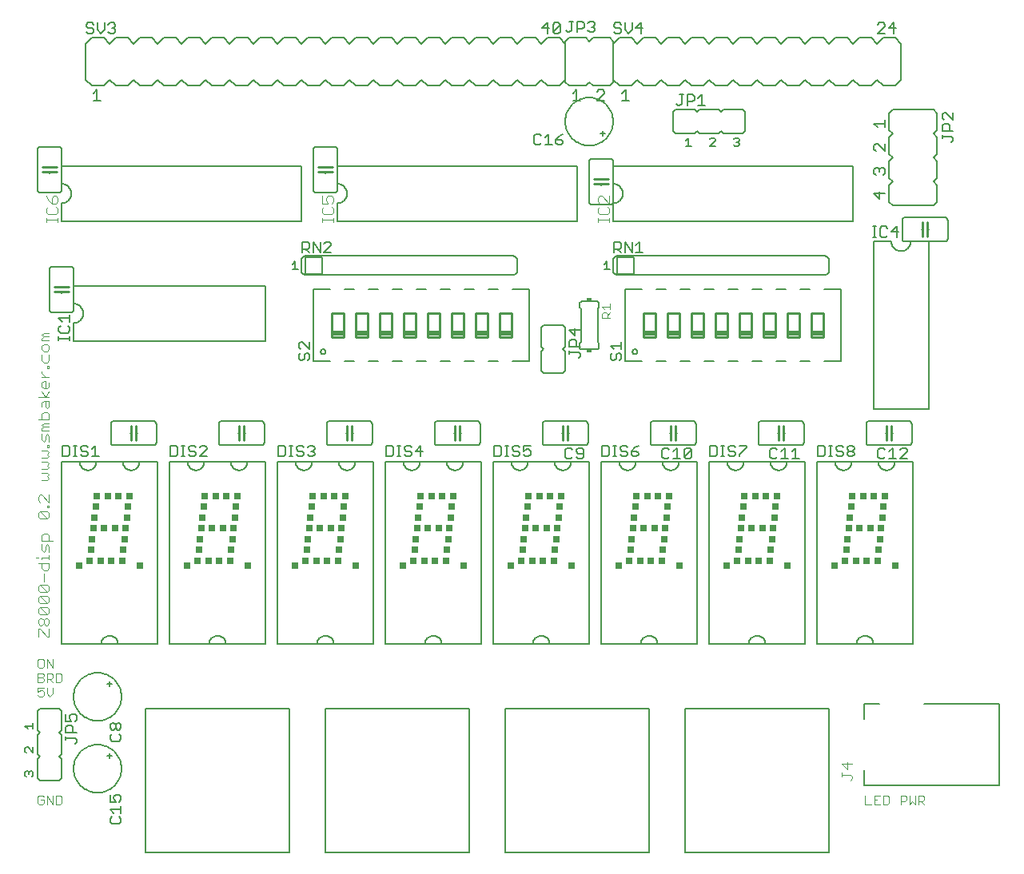
<source format=gto>
G75*
%MOIN*%
%OFA0B0*%
%FSLAX24Y24*%
%IPPOS*%
%LPD*%
%AMOC8*
5,1,8,0,0,1.08239X$1,22.5*
%
%ADD10C,0.0040*%
%ADD11C,0.0030*%
%ADD12C,0.0060*%
%ADD13C,0.0050*%
%ADD14C,0.0100*%
%ADD15R,0.0250X0.0250*%
%ADD16R,0.0200X0.0150*%
%ADD17C,0.0080*%
D10*
X001200Y009200D02*
X001200Y009507D01*
X001276Y009507D01*
X001583Y009200D01*
X001660Y009200D01*
X001660Y009507D01*
X001583Y009660D02*
X001660Y009737D01*
X001660Y009891D01*
X001583Y009967D01*
X001507Y009967D01*
X001430Y009891D01*
X001430Y009737D01*
X001353Y009660D01*
X001276Y009660D01*
X001200Y009737D01*
X001200Y009891D01*
X001276Y009967D01*
X001353Y009967D01*
X001430Y009891D01*
X001430Y009737D02*
X001507Y009660D01*
X001583Y009660D01*
X001583Y010121D02*
X001276Y010428D01*
X001583Y010428D01*
X001660Y010351D01*
X001660Y010198D01*
X001583Y010121D01*
X001276Y010121D01*
X001200Y010198D01*
X001200Y010351D01*
X001276Y010428D01*
X001276Y010581D02*
X001200Y010658D01*
X001200Y010811D01*
X001276Y010888D01*
X001583Y010581D01*
X001660Y010658D01*
X001660Y010811D01*
X001583Y010888D01*
X001276Y010888D01*
X001276Y011042D02*
X001200Y011118D01*
X001200Y011272D01*
X001276Y011348D01*
X001583Y011042D01*
X001660Y011118D01*
X001660Y011272D01*
X001583Y011348D01*
X001276Y011348D01*
X001430Y011502D02*
X001430Y011809D01*
X001430Y011962D02*
X001353Y012039D01*
X001353Y012269D01*
X001200Y012269D02*
X001660Y012269D01*
X001660Y012039D01*
X001583Y011962D01*
X001430Y011962D01*
X001353Y012423D02*
X001353Y012499D01*
X001660Y012499D01*
X001660Y012423D02*
X001660Y012576D01*
X001660Y012730D02*
X001660Y012960D01*
X001583Y013037D01*
X001507Y012960D01*
X001507Y012806D01*
X001430Y012730D01*
X001353Y012806D01*
X001353Y013037D01*
X001353Y013190D02*
X001353Y013420D01*
X001430Y013497D01*
X001583Y013497D01*
X001660Y013420D01*
X001660Y013190D01*
X001813Y013190D02*
X001353Y013190D01*
X001200Y012499D02*
X001123Y012499D01*
X001276Y011042D02*
X001583Y011042D01*
X001583Y010581D02*
X001276Y010581D01*
X001276Y014111D02*
X001200Y014188D01*
X001200Y014341D01*
X001276Y014418D01*
X001583Y014111D01*
X001660Y014188D01*
X001660Y014341D01*
X001583Y014418D01*
X001276Y014418D01*
X001276Y014111D02*
X001583Y014111D01*
X001583Y014571D02*
X001583Y014648D01*
X001660Y014648D01*
X001660Y014571D01*
X001583Y014571D01*
X001660Y014801D02*
X001353Y015108D01*
X001276Y015108D01*
X001200Y015032D01*
X001200Y014878D01*
X001276Y014801D01*
X001660Y014801D02*
X001660Y015108D01*
X001583Y015722D02*
X001660Y015799D01*
X001583Y015876D01*
X001660Y015952D01*
X001583Y016029D01*
X001353Y016029D01*
X001353Y016183D02*
X001583Y016183D01*
X001660Y016259D01*
X001583Y016336D01*
X001660Y016413D01*
X001583Y016490D01*
X001353Y016490D01*
X001353Y016643D02*
X001583Y016643D01*
X001660Y016720D01*
X001583Y016796D01*
X001660Y016873D01*
X001583Y016950D01*
X001353Y016950D01*
X001583Y017103D02*
X001583Y017180D01*
X001660Y017180D01*
X001660Y017103D01*
X001583Y017103D01*
X001660Y017334D02*
X001660Y017564D01*
X001583Y017641D01*
X001507Y017564D01*
X001507Y017410D01*
X001430Y017334D01*
X001353Y017410D01*
X001353Y017641D01*
X001353Y017794D02*
X001353Y017871D01*
X001430Y017947D01*
X001353Y018024D01*
X001430Y018101D01*
X001660Y018101D01*
X001660Y018254D02*
X001660Y018485D01*
X001583Y018561D01*
X001430Y018561D01*
X001353Y018485D01*
X001353Y018254D01*
X001200Y018254D02*
X001660Y018254D01*
X001660Y017947D02*
X001430Y017947D01*
X001353Y017794D02*
X001660Y017794D01*
X001583Y018715D02*
X001507Y018792D01*
X001507Y019022D01*
X001430Y019022D02*
X001660Y019022D01*
X001660Y018792D01*
X001583Y018715D01*
X001353Y018792D02*
X001353Y018945D01*
X001430Y019022D01*
X001507Y019175D02*
X001353Y019405D01*
X001430Y019559D02*
X001353Y019636D01*
X001353Y019789D01*
X001430Y019866D01*
X001507Y019866D01*
X001507Y019559D01*
X001583Y019559D02*
X001430Y019559D01*
X001583Y019559D02*
X001660Y019636D01*
X001660Y019789D01*
X001660Y020019D02*
X001353Y020019D01*
X001507Y020019D02*
X001353Y020173D01*
X001353Y020249D01*
X001583Y020403D02*
X001583Y020480D01*
X001660Y020480D01*
X001660Y020403D01*
X001583Y020403D01*
X001583Y020633D02*
X001660Y020710D01*
X001660Y020940D01*
X001583Y021093D02*
X001660Y021170D01*
X001660Y021324D01*
X001583Y021400D01*
X001430Y021400D01*
X001353Y021324D01*
X001353Y021170D01*
X001430Y021093D01*
X001583Y021093D01*
X001353Y020940D02*
X001353Y020710D01*
X001430Y020633D01*
X001583Y020633D01*
X001660Y021554D02*
X001353Y021554D01*
X001353Y021631D01*
X001430Y021707D01*
X001353Y021784D01*
X001430Y021861D01*
X001660Y021861D01*
X001660Y021707D02*
X001430Y021707D01*
X001660Y019405D02*
X001507Y019175D01*
X001660Y019175D02*
X001200Y019175D01*
X001353Y015722D02*
X001583Y015722D01*
X001550Y026500D02*
X001550Y026653D01*
X001550Y026577D02*
X002010Y026577D01*
X002010Y026653D02*
X002010Y026500D01*
X001933Y026807D02*
X001626Y026807D01*
X001550Y026884D01*
X001550Y027037D01*
X001626Y027114D01*
X001780Y027267D02*
X001626Y027421D01*
X001550Y027574D01*
X001780Y027498D02*
X001780Y027267D01*
X001933Y027267D01*
X002010Y027344D01*
X002010Y027498D01*
X001933Y027574D01*
X001857Y027574D01*
X001780Y027498D01*
X001933Y027114D02*
X002010Y027037D01*
X002010Y026884D01*
X001933Y026807D01*
X013050Y026884D02*
X013126Y026807D01*
X013433Y026807D01*
X013510Y026884D01*
X013510Y027037D01*
X013433Y027114D01*
X013433Y027267D02*
X013510Y027344D01*
X013510Y027498D01*
X013433Y027574D01*
X013280Y027574D01*
X013203Y027498D01*
X013203Y027421D01*
X013280Y027267D01*
X013050Y027267D01*
X013050Y027574D01*
X013126Y027114D02*
X013050Y027037D01*
X013050Y026884D01*
X013050Y026653D02*
X013050Y026500D01*
X013050Y026577D02*
X013510Y026577D01*
X013510Y026653D02*
X013510Y026500D01*
X024550Y026500D02*
X024550Y026653D01*
X024550Y026577D02*
X025010Y026577D01*
X025010Y026653D02*
X025010Y026500D01*
X024933Y026807D02*
X024626Y026807D01*
X024550Y026884D01*
X024550Y027037D01*
X024626Y027114D01*
X024626Y027267D02*
X024550Y027344D01*
X024550Y027498D01*
X024626Y027574D01*
X024703Y027574D01*
X025010Y027267D01*
X025010Y027574D01*
X024933Y027114D02*
X025010Y027037D01*
X025010Y026884D01*
X024933Y026807D01*
X025060Y023074D02*
X025060Y022841D01*
X025060Y022958D02*
X024710Y022958D01*
X024826Y022841D01*
X024768Y022715D02*
X024885Y022715D01*
X024943Y022657D01*
X024943Y022482D01*
X024943Y022599D02*
X025060Y022715D01*
X025060Y022482D02*
X024710Y022482D01*
X024710Y022657D01*
X024768Y022715D01*
X034930Y003967D02*
X034930Y003660D01*
X034700Y003891D01*
X035160Y003891D01*
X035083Y003430D02*
X034700Y003430D01*
X034700Y003353D02*
X034700Y003507D01*
X035083Y003430D02*
X035160Y003353D01*
X035160Y003277D01*
X035083Y003200D01*
D11*
X001257Y002195D02*
X001195Y002257D01*
X001195Y002504D01*
X001257Y002565D01*
X001380Y002565D01*
X001442Y002504D01*
X001442Y002380D02*
X001318Y002380D01*
X001442Y002380D02*
X001442Y002257D01*
X001380Y002195D01*
X001257Y002195D01*
X001563Y002195D02*
X001563Y002565D01*
X001810Y002195D01*
X001810Y002565D01*
X001932Y002565D02*
X002117Y002565D01*
X002179Y002504D01*
X002179Y002257D01*
X002117Y002195D01*
X001932Y002195D01*
X001932Y002565D01*
X001687Y006695D02*
X001810Y006818D01*
X001810Y007065D01*
X001810Y007295D02*
X001687Y007418D01*
X001748Y007418D02*
X001563Y007418D01*
X001442Y007418D02*
X001442Y007357D01*
X001380Y007295D01*
X001195Y007295D01*
X001195Y007665D01*
X001380Y007665D01*
X001442Y007604D01*
X001442Y007542D01*
X001380Y007480D01*
X001195Y007480D01*
X001380Y007480D02*
X001442Y007418D01*
X001563Y007295D02*
X001563Y007665D01*
X001748Y007665D01*
X001810Y007604D01*
X001810Y007480D01*
X001748Y007418D01*
X001932Y007295D02*
X002117Y007295D01*
X002179Y007357D01*
X002179Y007604D01*
X002117Y007665D01*
X001932Y007665D01*
X001932Y007295D01*
X001563Y007065D02*
X001563Y006818D01*
X001687Y006695D01*
X001442Y006757D02*
X001442Y006880D01*
X001380Y006942D01*
X001318Y006942D01*
X001195Y006880D01*
X001195Y007065D01*
X001442Y007065D01*
X001442Y006757D02*
X001380Y006695D01*
X001257Y006695D01*
X001195Y006757D01*
X001257Y007895D02*
X001195Y007957D01*
X001195Y008204D01*
X001257Y008265D01*
X001380Y008265D01*
X001442Y008204D01*
X001442Y007957D01*
X001380Y007895D01*
X001257Y007895D01*
X001563Y007895D02*
X001563Y008265D01*
X001810Y007895D01*
X001810Y008265D01*
X035695Y002565D02*
X035695Y002195D01*
X035942Y002195D01*
X036063Y002195D02*
X036063Y002565D01*
X036310Y002565D01*
X036432Y002565D02*
X036617Y002565D01*
X036679Y002504D01*
X036679Y002257D01*
X036617Y002195D01*
X036432Y002195D01*
X036432Y002565D01*
X036187Y002380D02*
X036063Y002380D01*
X036063Y002195D02*
X036310Y002195D01*
X037168Y002195D02*
X037168Y002565D01*
X037353Y002565D01*
X037415Y002504D01*
X037415Y002380D01*
X037353Y002318D01*
X037168Y002318D01*
X037537Y002195D02*
X037537Y002565D01*
X037783Y002565D02*
X037783Y002195D01*
X037660Y002318D01*
X037537Y002195D01*
X037905Y002195D02*
X037905Y002565D01*
X038090Y002565D01*
X038152Y002504D01*
X038152Y002380D01*
X038090Y002318D01*
X037905Y002318D01*
X038028Y002318D02*
X038152Y002195D01*
D12*
X037680Y008880D02*
X033680Y008880D01*
X033680Y016480D01*
X037680Y016480D01*
X037680Y008880D01*
X036030Y008880D02*
X036028Y008917D01*
X036022Y008953D01*
X036013Y008988D01*
X036000Y009022D01*
X035983Y009055D01*
X035963Y009086D01*
X035940Y009114D01*
X035914Y009140D01*
X035886Y009163D01*
X035855Y009183D01*
X035822Y009200D01*
X035788Y009213D01*
X035753Y009222D01*
X035717Y009228D01*
X035680Y009230D01*
X035643Y009228D01*
X035607Y009222D01*
X035572Y009213D01*
X035538Y009200D01*
X035505Y009183D01*
X035474Y009163D01*
X035446Y009140D01*
X035420Y009114D01*
X035397Y009086D01*
X035377Y009055D01*
X035360Y009022D01*
X035347Y008988D01*
X035338Y008953D01*
X035332Y008917D01*
X035330Y008880D01*
X033180Y008880D02*
X033180Y016480D01*
X029180Y016480D01*
X029180Y008880D01*
X033180Y008880D01*
X031530Y008880D02*
X031528Y008917D01*
X031522Y008953D01*
X031513Y008988D01*
X031500Y009022D01*
X031483Y009055D01*
X031463Y009086D01*
X031440Y009114D01*
X031414Y009140D01*
X031386Y009163D01*
X031355Y009183D01*
X031322Y009200D01*
X031288Y009213D01*
X031253Y009222D01*
X031217Y009228D01*
X031180Y009230D01*
X031143Y009228D01*
X031107Y009222D01*
X031072Y009213D01*
X031038Y009200D01*
X031005Y009183D01*
X030974Y009163D01*
X030946Y009140D01*
X030920Y009114D01*
X030897Y009086D01*
X030877Y009055D01*
X030860Y009022D01*
X030847Y008988D01*
X030838Y008953D01*
X030832Y008917D01*
X030830Y008880D01*
X028680Y008880D02*
X028680Y016480D01*
X024680Y016480D01*
X024680Y008880D01*
X028680Y008880D01*
X027030Y008880D02*
X027028Y008917D01*
X027022Y008953D01*
X027013Y008988D01*
X027000Y009022D01*
X026983Y009055D01*
X026963Y009086D01*
X026940Y009114D01*
X026914Y009140D01*
X026886Y009163D01*
X026855Y009183D01*
X026822Y009200D01*
X026788Y009213D01*
X026753Y009222D01*
X026717Y009228D01*
X026680Y009230D01*
X026643Y009228D01*
X026607Y009222D01*
X026572Y009213D01*
X026538Y009200D01*
X026505Y009183D01*
X026474Y009163D01*
X026446Y009140D01*
X026420Y009114D01*
X026397Y009086D01*
X026377Y009055D01*
X026360Y009022D01*
X026347Y008988D01*
X026338Y008953D01*
X026332Y008917D01*
X026330Y008880D01*
X024180Y008880D02*
X024180Y016480D01*
X020180Y016480D01*
X020180Y008880D01*
X024180Y008880D01*
X022530Y008880D02*
X022528Y008917D01*
X022522Y008953D01*
X022513Y008988D01*
X022500Y009022D01*
X022483Y009055D01*
X022463Y009086D01*
X022440Y009114D01*
X022414Y009140D01*
X022386Y009163D01*
X022355Y009183D01*
X022322Y009200D01*
X022288Y009213D01*
X022253Y009222D01*
X022217Y009228D01*
X022180Y009230D01*
X022143Y009228D01*
X022107Y009222D01*
X022072Y009213D01*
X022038Y009200D01*
X022005Y009183D01*
X021974Y009163D01*
X021946Y009140D01*
X021920Y009114D01*
X021897Y009086D01*
X021877Y009055D01*
X021860Y009022D01*
X021847Y008988D01*
X021838Y008953D01*
X021832Y008917D01*
X021830Y008880D01*
X019680Y008880D02*
X019680Y016480D01*
X015680Y016480D01*
X015680Y008880D01*
X019680Y008880D01*
X018030Y008880D02*
X018028Y008917D01*
X018022Y008953D01*
X018013Y008988D01*
X018000Y009022D01*
X017983Y009055D01*
X017963Y009086D01*
X017940Y009114D01*
X017914Y009140D01*
X017886Y009163D01*
X017855Y009183D01*
X017822Y009200D01*
X017788Y009213D01*
X017753Y009222D01*
X017717Y009228D01*
X017680Y009230D01*
X017643Y009228D01*
X017607Y009222D01*
X017572Y009213D01*
X017538Y009200D01*
X017505Y009183D01*
X017474Y009163D01*
X017446Y009140D01*
X017420Y009114D01*
X017397Y009086D01*
X017377Y009055D01*
X017360Y009022D01*
X017347Y008988D01*
X017338Y008953D01*
X017332Y008917D01*
X017330Y008880D01*
X015180Y008880D02*
X015180Y016480D01*
X011180Y016480D01*
X011180Y008880D01*
X015180Y008880D01*
X013530Y008880D02*
X013528Y008917D01*
X013522Y008953D01*
X013513Y008988D01*
X013500Y009022D01*
X013483Y009055D01*
X013463Y009086D01*
X013440Y009114D01*
X013414Y009140D01*
X013386Y009163D01*
X013355Y009183D01*
X013322Y009200D01*
X013288Y009213D01*
X013253Y009222D01*
X013217Y009228D01*
X013180Y009230D01*
X013143Y009228D01*
X013107Y009222D01*
X013072Y009213D01*
X013038Y009200D01*
X013005Y009183D01*
X012974Y009163D01*
X012946Y009140D01*
X012920Y009114D01*
X012897Y009086D01*
X012877Y009055D01*
X012860Y009022D01*
X012847Y008988D01*
X012838Y008953D01*
X012832Y008917D01*
X012830Y008880D01*
X010680Y008880D02*
X010680Y016480D01*
X006680Y016480D01*
X006680Y008880D01*
X010680Y008880D01*
X009030Y008880D02*
X009028Y008917D01*
X009022Y008953D01*
X009013Y008988D01*
X009000Y009022D01*
X008983Y009055D01*
X008963Y009086D01*
X008940Y009114D01*
X008914Y009140D01*
X008886Y009163D01*
X008855Y009183D01*
X008822Y009200D01*
X008788Y009213D01*
X008753Y009222D01*
X008717Y009228D01*
X008680Y009230D01*
X008643Y009228D01*
X008607Y009222D01*
X008572Y009213D01*
X008538Y009200D01*
X008505Y009183D01*
X008474Y009163D01*
X008446Y009140D01*
X008420Y009114D01*
X008397Y009086D01*
X008377Y009055D01*
X008360Y009022D01*
X008347Y008988D01*
X008338Y008953D01*
X008332Y008917D01*
X008330Y008880D01*
X006180Y008880D02*
X006180Y016480D01*
X002180Y016480D01*
X002180Y008880D01*
X006180Y008880D01*
X004530Y008880D02*
X004528Y008917D01*
X004522Y008953D01*
X004513Y008988D01*
X004500Y009022D01*
X004483Y009055D01*
X004463Y009086D01*
X004440Y009114D01*
X004414Y009140D01*
X004386Y009163D01*
X004355Y009183D01*
X004322Y009200D01*
X004288Y009213D01*
X004253Y009222D01*
X004217Y009228D01*
X004180Y009230D01*
X004143Y009228D01*
X004107Y009222D01*
X004072Y009213D01*
X004038Y009200D01*
X004005Y009183D01*
X003974Y009163D01*
X003946Y009140D01*
X003920Y009114D01*
X003897Y009086D01*
X003877Y009055D01*
X003860Y009022D01*
X003847Y008988D01*
X003838Y008953D01*
X003832Y008917D01*
X003830Y008880D01*
X004180Y007330D02*
X004180Y007230D01*
X004280Y007230D01*
X004180Y007230D02*
X004180Y007130D01*
X004180Y007230D02*
X004080Y007230D01*
X002680Y006680D02*
X002682Y006743D01*
X002688Y006805D01*
X002698Y006867D01*
X002711Y006929D01*
X002729Y006989D01*
X002750Y007048D01*
X002775Y007106D01*
X002804Y007162D01*
X002836Y007216D01*
X002871Y007268D01*
X002909Y007317D01*
X002951Y007365D01*
X002995Y007409D01*
X003043Y007451D01*
X003092Y007489D01*
X003144Y007524D01*
X003198Y007556D01*
X003254Y007585D01*
X003312Y007610D01*
X003371Y007631D01*
X003431Y007649D01*
X003493Y007662D01*
X003555Y007672D01*
X003617Y007678D01*
X003680Y007680D01*
X003743Y007678D01*
X003805Y007672D01*
X003867Y007662D01*
X003929Y007649D01*
X003989Y007631D01*
X004048Y007610D01*
X004106Y007585D01*
X004162Y007556D01*
X004216Y007524D01*
X004268Y007489D01*
X004317Y007451D01*
X004365Y007409D01*
X004409Y007365D01*
X004451Y007317D01*
X004489Y007268D01*
X004524Y007216D01*
X004556Y007162D01*
X004585Y007106D01*
X004610Y007048D01*
X004631Y006989D01*
X004649Y006929D01*
X004662Y006867D01*
X004672Y006805D01*
X004678Y006743D01*
X004680Y006680D01*
X004678Y006617D01*
X004672Y006555D01*
X004662Y006493D01*
X004649Y006431D01*
X004631Y006371D01*
X004610Y006312D01*
X004585Y006254D01*
X004556Y006198D01*
X004524Y006144D01*
X004489Y006092D01*
X004451Y006043D01*
X004409Y005995D01*
X004365Y005951D01*
X004317Y005909D01*
X004268Y005871D01*
X004216Y005836D01*
X004162Y005804D01*
X004106Y005775D01*
X004048Y005750D01*
X003989Y005729D01*
X003929Y005711D01*
X003867Y005698D01*
X003805Y005688D01*
X003743Y005682D01*
X003680Y005680D01*
X003617Y005682D01*
X003555Y005688D01*
X003493Y005698D01*
X003431Y005711D01*
X003371Y005729D01*
X003312Y005750D01*
X003254Y005775D01*
X003198Y005804D01*
X003144Y005836D01*
X003092Y005871D01*
X003043Y005909D01*
X002995Y005951D01*
X002951Y005995D01*
X002909Y006043D01*
X002871Y006092D01*
X002836Y006144D01*
X002804Y006198D01*
X002775Y006254D01*
X002750Y006312D01*
X002729Y006371D01*
X002711Y006431D01*
X002698Y006493D01*
X002688Y006555D01*
X002682Y006617D01*
X002680Y006680D01*
X002080Y006180D02*
X002180Y006080D01*
X002180Y005280D01*
X002080Y005180D01*
X002180Y005080D01*
X002180Y004280D01*
X002080Y004180D01*
X002180Y004080D01*
X002180Y003280D01*
X002080Y003180D01*
X001280Y003180D01*
X001180Y003280D01*
X001180Y004080D01*
X001280Y004180D01*
X001180Y004280D01*
X001180Y005080D01*
X001280Y005180D01*
X001180Y005280D01*
X001180Y006080D01*
X001280Y006180D01*
X002080Y006180D01*
X004180Y004330D02*
X004180Y004230D01*
X004280Y004230D01*
X004180Y004230D02*
X004180Y004130D01*
X004180Y004230D02*
X004080Y004230D01*
X002680Y003680D02*
X002682Y003743D01*
X002688Y003805D01*
X002698Y003867D01*
X002711Y003929D01*
X002729Y003989D01*
X002750Y004048D01*
X002775Y004106D01*
X002804Y004162D01*
X002836Y004216D01*
X002871Y004268D01*
X002909Y004317D01*
X002951Y004365D01*
X002995Y004409D01*
X003043Y004451D01*
X003092Y004489D01*
X003144Y004524D01*
X003198Y004556D01*
X003254Y004585D01*
X003312Y004610D01*
X003371Y004631D01*
X003431Y004649D01*
X003493Y004662D01*
X003555Y004672D01*
X003617Y004678D01*
X003680Y004680D01*
X003743Y004678D01*
X003805Y004672D01*
X003867Y004662D01*
X003929Y004649D01*
X003989Y004631D01*
X004048Y004610D01*
X004106Y004585D01*
X004162Y004556D01*
X004216Y004524D01*
X004268Y004489D01*
X004317Y004451D01*
X004365Y004409D01*
X004409Y004365D01*
X004451Y004317D01*
X004489Y004268D01*
X004524Y004216D01*
X004556Y004162D01*
X004585Y004106D01*
X004610Y004048D01*
X004631Y003989D01*
X004649Y003929D01*
X004662Y003867D01*
X004672Y003805D01*
X004678Y003743D01*
X004680Y003680D01*
X004678Y003617D01*
X004672Y003555D01*
X004662Y003493D01*
X004649Y003431D01*
X004631Y003371D01*
X004610Y003312D01*
X004585Y003254D01*
X004556Y003198D01*
X004524Y003144D01*
X004489Y003092D01*
X004451Y003043D01*
X004409Y002995D01*
X004365Y002951D01*
X004317Y002909D01*
X004268Y002871D01*
X004216Y002836D01*
X004162Y002804D01*
X004106Y002775D01*
X004048Y002750D01*
X003989Y002729D01*
X003929Y002711D01*
X003867Y002698D01*
X003805Y002688D01*
X003743Y002682D01*
X003680Y002680D01*
X003617Y002682D01*
X003555Y002688D01*
X003493Y002698D01*
X003431Y002711D01*
X003371Y002729D01*
X003312Y002750D01*
X003254Y002775D01*
X003198Y002804D01*
X003144Y002836D01*
X003092Y002871D01*
X003043Y002909D01*
X002995Y002951D01*
X002951Y002995D01*
X002909Y003043D01*
X002871Y003092D01*
X002836Y003144D01*
X002804Y003198D01*
X002775Y003254D01*
X002750Y003312D01*
X002729Y003371D01*
X002711Y003431D01*
X002698Y003493D01*
X002688Y003555D01*
X002682Y003617D01*
X002680Y003680D01*
X002930Y016480D02*
X002932Y016443D01*
X002938Y016407D01*
X002947Y016372D01*
X002960Y016338D01*
X002977Y016305D01*
X002997Y016274D01*
X003020Y016246D01*
X003046Y016220D01*
X003074Y016197D01*
X003105Y016177D01*
X003138Y016160D01*
X003172Y016147D01*
X003207Y016138D01*
X003243Y016132D01*
X003280Y016130D01*
X003317Y016132D01*
X003353Y016138D01*
X003388Y016147D01*
X003422Y016160D01*
X003455Y016177D01*
X003486Y016197D01*
X003514Y016220D01*
X003540Y016246D01*
X003563Y016274D01*
X003583Y016305D01*
X003600Y016338D01*
X003613Y016372D01*
X003622Y016407D01*
X003628Y016443D01*
X003630Y016480D01*
X004330Y017180D02*
X006030Y017180D01*
X006047Y017182D01*
X006064Y017186D01*
X006080Y017193D01*
X006094Y017203D01*
X006107Y017216D01*
X006117Y017230D01*
X006124Y017246D01*
X006128Y017263D01*
X006130Y017280D01*
X006130Y018080D01*
X006128Y018097D01*
X006124Y018114D01*
X006117Y018130D01*
X006107Y018144D01*
X006094Y018157D01*
X006080Y018167D01*
X006064Y018174D01*
X006047Y018178D01*
X006030Y018180D01*
X004330Y018180D01*
X004313Y018178D01*
X004296Y018174D01*
X004280Y018167D01*
X004266Y018157D01*
X004253Y018144D01*
X004243Y018130D01*
X004236Y018114D01*
X004232Y018097D01*
X004230Y018080D01*
X004230Y017280D01*
X004232Y017263D01*
X004236Y017246D01*
X004243Y017230D01*
X004253Y017216D01*
X004266Y017203D01*
X004280Y017193D01*
X004296Y017186D01*
X004313Y017182D01*
X004330Y017180D01*
X005030Y017680D02*
X005080Y017680D01*
X005280Y017680D02*
X005330Y017680D01*
X005430Y016480D02*
X005428Y016443D01*
X005422Y016407D01*
X005413Y016372D01*
X005400Y016338D01*
X005383Y016305D01*
X005363Y016274D01*
X005340Y016246D01*
X005314Y016220D01*
X005286Y016197D01*
X005255Y016177D01*
X005222Y016160D01*
X005188Y016147D01*
X005153Y016138D01*
X005117Y016132D01*
X005080Y016130D01*
X005043Y016132D01*
X005007Y016138D01*
X004972Y016147D01*
X004938Y016160D01*
X004905Y016177D01*
X004874Y016197D01*
X004846Y016220D01*
X004820Y016246D01*
X004797Y016274D01*
X004777Y016305D01*
X004760Y016338D01*
X004747Y016372D01*
X004738Y016407D01*
X004732Y016443D01*
X004730Y016480D01*
X007430Y016480D02*
X007432Y016443D01*
X007438Y016407D01*
X007447Y016372D01*
X007460Y016338D01*
X007477Y016305D01*
X007497Y016274D01*
X007520Y016246D01*
X007546Y016220D01*
X007574Y016197D01*
X007605Y016177D01*
X007638Y016160D01*
X007672Y016147D01*
X007707Y016138D01*
X007743Y016132D01*
X007780Y016130D01*
X007817Y016132D01*
X007853Y016138D01*
X007888Y016147D01*
X007922Y016160D01*
X007955Y016177D01*
X007986Y016197D01*
X008014Y016220D01*
X008040Y016246D01*
X008063Y016274D01*
X008083Y016305D01*
X008100Y016338D01*
X008113Y016372D01*
X008122Y016407D01*
X008128Y016443D01*
X008130Y016480D01*
X008830Y017180D02*
X010530Y017180D01*
X010547Y017182D01*
X010564Y017186D01*
X010580Y017193D01*
X010594Y017203D01*
X010607Y017216D01*
X010617Y017230D01*
X010624Y017246D01*
X010628Y017263D01*
X010630Y017280D01*
X010630Y018080D01*
X010628Y018097D01*
X010624Y018114D01*
X010617Y018130D01*
X010607Y018144D01*
X010594Y018157D01*
X010580Y018167D01*
X010564Y018174D01*
X010547Y018178D01*
X010530Y018180D01*
X008830Y018180D01*
X008813Y018178D01*
X008796Y018174D01*
X008780Y018167D01*
X008766Y018157D01*
X008753Y018144D01*
X008743Y018130D01*
X008736Y018114D01*
X008732Y018097D01*
X008730Y018080D01*
X008730Y017280D01*
X008732Y017263D01*
X008736Y017246D01*
X008743Y017230D01*
X008753Y017216D01*
X008766Y017203D01*
X008780Y017193D01*
X008796Y017186D01*
X008813Y017182D01*
X008830Y017180D01*
X009530Y017680D02*
X009580Y017680D01*
X009780Y017680D02*
X009830Y017680D01*
X009930Y016480D02*
X009928Y016443D01*
X009922Y016407D01*
X009913Y016372D01*
X009900Y016338D01*
X009883Y016305D01*
X009863Y016274D01*
X009840Y016246D01*
X009814Y016220D01*
X009786Y016197D01*
X009755Y016177D01*
X009722Y016160D01*
X009688Y016147D01*
X009653Y016138D01*
X009617Y016132D01*
X009580Y016130D01*
X009543Y016132D01*
X009507Y016138D01*
X009472Y016147D01*
X009438Y016160D01*
X009405Y016177D01*
X009374Y016197D01*
X009346Y016220D01*
X009320Y016246D01*
X009297Y016274D01*
X009277Y016305D01*
X009260Y016338D01*
X009247Y016372D01*
X009238Y016407D01*
X009232Y016443D01*
X009230Y016480D01*
X011930Y016480D02*
X011932Y016443D01*
X011938Y016407D01*
X011947Y016372D01*
X011960Y016338D01*
X011977Y016305D01*
X011997Y016274D01*
X012020Y016246D01*
X012046Y016220D01*
X012074Y016197D01*
X012105Y016177D01*
X012138Y016160D01*
X012172Y016147D01*
X012207Y016138D01*
X012243Y016132D01*
X012280Y016130D01*
X012317Y016132D01*
X012353Y016138D01*
X012388Y016147D01*
X012422Y016160D01*
X012455Y016177D01*
X012486Y016197D01*
X012514Y016220D01*
X012540Y016246D01*
X012563Y016274D01*
X012583Y016305D01*
X012600Y016338D01*
X012613Y016372D01*
X012622Y016407D01*
X012628Y016443D01*
X012630Y016480D01*
X013330Y017180D02*
X015030Y017180D01*
X015047Y017182D01*
X015064Y017186D01*
X015080Y017193D01*
X015094Y017203D01*
X015107Y017216D01*
X015117Y017230D01*
X015124Y017246D01*
X015128Y017263D01*
X015130Y017280D01*
X015130Y018080D01*
X015128Y018097D01*
X015124Y018114D01*
X015117Y018130D01*
X015107Y018144D01*
X015094Y018157D01*
X015080Y018167D01*
X015064Y018174D01*
X015047Y018178D01*
X015030Y018180D01*
X013330Y018180D01*
X013313Y018178D01*
X013296Y018174D01*
X013280Y018167D01*
X013266Y018157D01*
X013253Y018144D01*
X013243Y018130D01*
X013236Y018114D01*
X013232Y018097D01*
X013230Y018080D01*
X013230Y017280D01*
X013232Y017263D01*
X013236Y017246D01*
X013243Y017230D01*
X013253Y017216D01*
X013266Y017203D01*
X013280Y017193D01*
X013296Y017186D01*
X013313Y017182D01*
X013330Y017180D01*
X014030Y017680D02*
X014080Y017680D01*
X014280Y017680D02*
X014330Y017680D01*
X014430Y016480D02*
X014428Y016443D01*
X014422Y016407D01*
X014413Y016372D01*
X014400Y016338D01*
X014383Y016305D01*
X014363Y016274D01*
X014340Y016246D01*
X014314Y016220D01*
X014286Y016197D01*
X014255Y016177D01*
X014222Y016160D01*
X014188Y016147D01*
X014153Y016138D01*
X014117Y016132D01*
X014080Y016130D01*
X014043Y016132D01*
X014007Y016138D01*
X013972Y016147D01*
X013938Y016160D01*
X013905Y016177D01*
X013874Y016197D01*
X013846Y016220D01*
X013820Y016246D01*
X013797Y016274D01*
X013777Y016305D01*
X013760Y016338D01*
X013747Y016372D01*
X013738Y016407D01*
X013732Y016443D01*
X013730Y016480D01*
X016430Y016480D02*
X016432Y016443D01*
X016438Y016407D01*
X016447Y016372D01*
X016460Y016338D01*
X016477Y016305D01*
X016497Y016274D01*
X016520Y016246D01*
X016546Y016220D01*
X016574Y016197D01*
X016605Y016177D01*
X016638Y016160D01*
X016672Y016147D01*
X016707Y016138D01*
X016743Y016132D01*
X016780Y016130D01*
X016817Y016132D01*
X016853Y016138D01*
X016888Y016147D01*
X016922Y016160D01*
X016955Y016177D01*
X016986Y016197D01*
X017014Y016220D01*
X017040Y016246D01*
X017063Y016274D01*
X017083Y016305D01*
X017100Y016338D01*
X017113Y016372D01*
X017122Y016407D01*
X017128Y016443D01*
X017130Y016480D01*
X017830Y017180D02*
X019530Y017180D01*
X019547Y017182D01*
X019564Y017186D01*
X019580Y017193D01*
X019594Y017203D01*
X019607Y017216D01*
X019617Y017230D01*
X019624Y017246D01*
X019628Y017263D01*
X019630Y017280D01*
X019630Y018080D01*
X019628Y018097D01*
X019624Y018114D01*
X019617Y018130D01*
X019607Y018144D01*
X019594Y018157D01*
X019580Y018167D01*
X019564Y018174D01*
X019547Y018178D01*
X019530Y018180D01*
X017830Y018180D01*
X017813Y018178D01*
X017796Y018174D01*
X017780Y018167D01*
X017766Y018157D01*
X017753Y018144D01*
X017743Y018130D01*
X017736Y018114D01*
X017732Y018097D01*
X017730Y018080D01*
X017730Y017280D01*
X017732Y017263D01*
X017736Y017246D01*
X017743Y017230D01*
X017753Y017216D01*
X017766Y017203D01*
X017780Y017193D01*
X017796Y017186D01*
X017813Y017182D01*
X017830Y017180D01*
X018530Y017680D02*
X018580Y017680D01*
X018780Y017680D02*
X018830Y017680D01*
X018930Y016480D02*
X018928Y016443D01*
X018922Y016407D01*
X018913Y016372D01*
X018900Y016338D01*
X018883Y016305D01*
X018863Y016274D01*
X018840Y016246D01*
X018814Y016220D01*
X018786Y016197D01*
X018755Y016177D01*
X018722Y016160D01*
X018688Y016147D01*
X018653Y016138D01*
X018617Y016132D01*
X018580Y016130D01*
X018543Y016132D01*
X018507Y016138D01*
X018472Y016147D01*
X018438Y016160D01*
X018405Y016177D01*
X018374Y016197D01*
X018346Y016220D01*
X018320Y016246D01*
X018297Y016274D01*
X018277Y016305D01*
X018260Y016338D01*
X018247Y016372D01*
X018238Y016407D01*
X018232Y016443D01*
X018230Y016480D01*
X020930Y016480D02*
X020932Y016443D01*
X020938Y016407D01*
X020947Y016372D01*
X020960Y016338D01*
X020977Y016305D01*
X020997Y016274D01*
X021020Y016246D01*
X021046Y016220D01*
X021074Y016197D01*
X021105Y016177D01*
X021138Y016160D01*
X021172Y016147D01*
X021207Y016138D01*
X021243Y016132D01*
X021280Y016130D01*
X021317Y016132D01*
X021353Y016138D01*
X021388Y016147D01*
X021422Y016160D01*
X021455Y016177D01*
X021486Y016197D01*
X021514Y016220D01*
X021540Y016246D01*
X021563Y016274D01*
X021583Y016305D01*
X021600Y016338D01*
X021613Y016372D01*
X021622Y016407D01*
X021628Y016443D01*
X021630Y016480D01*
X022330Y017180D02*
X024030Y017180D01*
X024047Y017182D01*
X024064Y017186D01*
X024080Y017193D01*
X024094Y017203D01*
X024107Y017216D01*
X024117Y017230D01*
X024124Y017246D01*
X024128Y017263D01*
X024130Y017280D01*
X024130Y018080D01*
X024128Y018097D01*
X024124Y018114D01*
X024117Y018130D01*
X024107Y018144D01*
X024094Y018157D01*
X024080Y018167D01*
X024064Y018174D01*
X024047Y018178D01*
X024030Y018180D01*
X022330Y018180D01*
X022313Y018178D01*
X022296Y018174D01*
X022280Y018167D01*
X022266Y018157D01*
X022253Y018144D01*
X022243Y018130D01*
X022236Y018114D01*
X022232Y018097D01*
X022230Y018080D01*
X022230Y017280D01*
X022232Y017263D01*
X022236Y017246D01*
X022243Y017230D01*
X022253Y017216D01*
X022266Y017203D01*
X022280Y017193D01*
X022296Y017186D01*
X022313Y017182D01*
X022330Y017180D01*
X023030Y017680D02*
X023080Y017680D01*
X023280Y017680D02*
X023330Y017680D01*
X023430Y016480D02*
X023428Y016443D01*
X023422Y016407D01*
X023413Y016372D01*
X023400Y016338D01*
X023383Y016305D01*
X023363Y016274D01*
X023340Y016246D01*
X023314Y016220D01*
X023286Y016197D01*
X023255Y016177D01*
X023222Y016160D01*
X023188Y016147D01*
X023153Y016138D01*
X023117Y016132D01*
X023080Y016130D01*
X023043Y016132D01*
X023007Y016138D01*
X022972Y016147D01*
X022938Y016160D01*
X022905Y016177D01*
X022874Y016197D01*
X022846Y016220D01*
X022820Y016246D01*
X022797Y016274D01*
X022777Y016305D01*
X022760Y016338D01*
X022747Y016372D01*
X022738Y016407D01*
X022732Y016443D01*
X022730Y016480D01*
X025430Y016480D02*
X025432Y016443D01*
X025438Y016407D01*
X025447Y016372D01*
X025460Y016338D01*
X025477Y016305D01*
X025497Y016274D01*
X025520Y016246D01*
X025546Y016220D01*
X025574Y016197D01*
X025605Y016177D01*
X025638Y016160D01*
X025672Y016147D01*
X025707Y016138D01*
X025743Y016132D01*
X025780Y016130D01*
X025817Y016132D01*
X025853Y016138D01*
X025888Y016147D01*
X025922Y016160D01*
X025955Y016177D01*
X025986Y016197D01*
X026014Y016220D01*
X026040Y016246D01*
X026063Y016274D01*
X026083Y016305D01*
X026100Y016338D01*
X026113Y016372D01*
X026122Y016407D01*
X026128Y016443D01*
X026130Y016480D01*
X026830Y017180D02*
X028530Y017180D01*
X028547Y017182D01*
X028564Y017186D01*
X028580Y017193D01*
X028594Y017203D01*
X028607Y017216D01*
X028617Y017230D01*
X028624Y017246D01*
X028628Y017263D01*
X028630Y017280D01*
X028630Y018080D01*
X028628Y018097D01*
X028624Y018114D01*
X028617Y018130D01*
X028607Y018144D01*
X028594Y018157D01*
X028580Y018167D01*
X028564Y018174D01*
X028547Y018178D01*
X028530Y018180D01*
X026830Y018180D01*
X026813Y018178D01*
X026796Y018174D01*
X026780Y018167D01*
X026766Y018157D01*
X026753Y018144D01*
X026743Y018130D01*
X026736Y018114D01*
X026732Y018097D01*
X026730Y018080D01*
X026730Y017280D01*
X026732Y017263D01*
X026736Y017246D01*
X026743Y017230D01*
X026753Y017216D01*
X026766Y017203D01*
X026780Y017193D01*
X026796Y017186D01*
X026813Y017182D01*
X026830Y017180D01*
X027530Y017680D02*
X027580Y017680D01*
X027780Y017680D02*
X027830Y017680D01*
X027930Y016480D02*
X027928Y016443D01*
X027922Y016407D01*
X027913Y016372D01*
X027900Y016338D01*
X027883Y016305D01*
X027863Y016274D01*
X027840Y016246D01*
X027814Y016220D01*
X027786Y016197D01*
X027755Y016177D01*
X027722Y016160D01*
X027688Y016147D01*
X027653Y016138D01*
X027617Y016132D01*
X027580Y016130D01*
X027543Y016132D01*
X027507Y016138D01*
X027472Y016147D01*
X027438Y016160D01*
X027405Y016177D01*
X027374Y016197D01*
X027346Y016220D01*
X027320Y016246D01*
X027297Y016274D01*
X027277Y016305D01*
X027260Y016338D01*
X027247Y016372D01*
X027238Y016407D01*
X027232Y016443D01*
X027230Y016480D01*
X029930Y016480D02*
X029932Y016443D01*
X029938Y016407D01*
X029947Y016372D01*
X029960Y016338D01*
X029977Y016305D01*
X029997Y016274D01*
X030020Y016246D01*
X030046Y016220D01*
X030074Y016197D01*
X030105Y016177D01*
X030138Y016160D01*
X030172Y016147D01*
X030207Y016138D01*
X030243Y016132D01*
X030280Y016130D01*
X030317Y016132D01*
X030353Y016138D01*
X030388Y016147D01*
X030422Y016160D01*
X030455Y016177D01*
X030486Y016197D01*
X030514Y016220D01*
X030540Y016246D01*
X030563Y016274D01*
X030583Y016305D01*
X030600Y016338D01*
X030613Y016372D01*
X030622Y016407D01*
X030628Y016443D01*
X030630Y016480D01*
X031330Y017180D02*
X033030Y017180D01*
X033047Y017182D01*
X033064Y017186D01*
X033080Y017193D01*
X033094Y017203D01*
X033107Y017216D01*
X033117Y017230D01*
X033124Y017246D01*
X033128Y017263D01*
X033130Y017280D01*
X033130Y018080D01*
X033128Y018097D01*
X033124Y018114D01*
X033117Y018130D01*
X033107Y018144D01*
X033094Y018157D01*
X033080Y018167D01*
X033064Y018174D01*
X033047Y018178D01*
X033030Y018180D01*
X031330Y018180D01*
X031313Y018178D01*
X031296Y018174D01*
X031280Y018167D01*
X031266Y018157D01*
X031253Y018144D01*
X031243Y018130D01*
X031236Y018114D01*
X031232Y018097D01*
X031230Y018080D01*
X031230Y017280D01*
X031232Y017263D01*
X031236Y017246D01*
X031243Y017230D01*
X031253Y017216D01*
X031266Y017203D01*
X031280Y017193D01*
X031296Y017186D01*
X031313Y017182D01*
X031330Y017180D01*
X032030Y017680D02*
X032080Y017680D01*
X032280Y017680D02*
X032330Y017680D01*
X032430Y016480D02*
X032428Y016443D01*
X032422Y016407D01*
X032413Y016372D01*
X032400Y016338D01*
X032383Y016305D01*
X032363Y016274D01*
X032340Y016246D01*
X032314Y016220D01*
X032286Y016197D01*
X032255Y016177D01*
X032222Y016160D01*
X032188Y016147D01*
X032153Y016138D01*
X032117Y016132D01*
X032080Y016130D01*
X032043Y016132D01*
X032007Y016138D01*
X031972Y016147D01*
X031938Y016160D01*
X031905Y016177D01*
X031874Y016197D01*
X031846Y016220D01*
X031820Y016246D01*
X031797Y016274D01*
X031777Y016305D01*
X031760Y016338D01*
X031747Y016372D01*
X031738Y016407D01*
X031732Y016443D01*
X031730Y016480D01*
X034430Y016480D02*
X034432Y016443D01*
X034438Y016407D01*
X034447Y016372D01*
X034460Y016338D01*
X034477Y016305D01*
X034497Y016274D01*
X034520Y016246D01*
X034546Y016220D01*
X034574Y016197D01*
X034605Y016177D01*
X034638Y016160D01*
X034672Y016147D01*
X034707Y016138D01*
X034743Y016132D01*
X034780Y016130D01*
X034817Y016132D01*
X034853Y016138D01*
X034888Y016147D01*
X034922Y016160D01*
X034955Y016177D01*
X034986Y016197D01*
X035014Y016220D01*
X035040Y016246D01*
X035063Y016274D01*
X035083Y016305D01*
X035100Y016338D01*
X035113Y016372D01*
X035122Y016407D01*
X035128Y016443D01*
X035130Y016480D01*
X035830Y017180D02*
X037530Y017180D01*
X037547Y017182D01*
X037564Y017186D01*
X037580Y017193D01*
X037594Y017203D01*
X037607Y017216D01*
X037617Y017230D01*
X037624Y017246D01*
X037628Y017263D01*
X037630Y017280D01*
X037630Y018080D01*
X037628Y018097D01*
X037624Y018114D01*
X037617Y018130D01*
X037607Y018144D01*
X037594Y018157D01*
X037580Y018167D01*
X037564Y018174D01*
X037547Y018178D01*
X037530Y018180D01*
X035830Y018180D01*
X035813Y018178D01*
X035796Y018174D01*
X035780Y018167D01*
X035766Y018157D01*
X035753Y018144D01*
X035743Y018130D01*
X035736Y018114D01*
X035732Y018097D01*
X035730Y018080D01*
X035730Y017280D01*
X035732Y017263D01*
X035736Y017246D01*
X035743Y017230D01*
X035753Y017216D01*
X035766Y017203D01*
X035780Y017193D01*
X035796Y017186D01*
X035813Y017182D01*
X035830Y017180D01*
X036530Y017680D02*
X036580Y017680D01*
X036780Y017680D02*
X036830Y017680D01*
X036030Y018680D02*
X038330Y018680D01*
X038330Y025680D01*
X037580Y025680D01*
X037330Y025680D02*
X039030Y025680D01*
X039047Y025682D01*
X039064Y025686D01*
X039080Y025693D01*
X039094Y025703D01*
X039107Y025716D01*
X039117Y025730D01*
X039124Y025746D01*
X039128Y025763D01*
X039130Y025780D01*
X039130Y026580D01*
X039128Y026597D01*
X039124Y026614D01*
X039117Y026630D01*
X039107Y026644D01*
X039094Y026657D01*
X039080Y026667D01*
X039064Y026674D01*
X039047Y026678D01*
X039030Y026680D01*
X037330Y026680D01*
X037313Y026678D01*
X037296Y026674D01*
X037280Y026667D01*
X037266Y026657D01*
X037253Y026644D01*
X037243Y026630D01*
X037236Y026614D01*
X037232Y026597D01*
X037230Y026580D01*
X037230Y025780D01*
X037232Y025763D01*
X037236Y025746D01*
X037243Y025730D01*
X037253Y025716D01*
X037266Y025703D01*
X037280Y025693D01*
X037296Y025686D01*
X037313Y025682D01*
X037330Y025680D01*
X037580Y025680D02*
X037578Y025641D01*
X037572Y025602D01*
X037563Y025564D01*
X037550Y025527D01*
X037533Y025491D01*
X037513Y025458D01*
X037489Y025426D01*
X037463Y025397D01*
X037434Y025371D01*
X037402Y025347D01*
X037369Y025327D01*
X037333Y025310D01*
X037296Y025297D01*
X037258Y025288D01*
X037219Y025282D01*
X037180Y025280D01*
X037141Y025282D01*
X037102Y025288D01*
X037064Y025297D01*
X037027Y025310D01*
X036991Y025327D01*
X036958Y025347D01*
X036926Y025371D01*
X036897Y025397D01*
X036871Y025426D01*
X036847Y025458D01*
X036827Y025491D01*
X036810Y025527D01*
X036797Y025564D01*
X036788Y025602D01*
X036782Y025641D01*
X036780Y025680D01*
X036030Y025680D01*
X036030Y018680D01*
X034680Y020680D02*
X033980Y020680D01*
X034680Y020680D02*
X034680Y023680D01*
X033980Y023680D01*
X033980Y024280D02*
X025380Y024280D01*
X025330Y024330D02*
X025330Y025030D01*
X026030Y025030D01*
X026030Y024330D01*
X025330Y024330D01*
X025380Y024280D02*
X025354Y024282D01*
X025328Y024287D01*
X025303Y024295D01*
X025280Y024307D01*
X025258Y024321D01*
X025239Y024339D01*
X025221Y024358D01*
X025207Y024380D01*
X025195Y024403D01*
X025187Y024428D01*
X025182Y024454D01*
X025180Y024480D01*
X025180Y024880D01*
X025182Y024906D01*
X025187Y024932D01*
X025195Y024957D01*
X025207Y024980D01*
X025221Y025002D01*
X025239Y025021D01*
X025258Y025039D01*
X025280Y025053D01*
X025303Y025065D01*
X025328Y025073D01*
X025354Y025078D01*
X025380Y025080D01*
X033980Y025080D01*
X034006Y025078D01*
X034032Y025073D01*
X034057Y025065D01*
X034080Y025053D01*
X034102Y025039D01*
X034121Y025021D01*
X034139Y025002D01*
X034153Y024980D01*
X034165Y024957D01*
X034173Y024932D01*
X034178Y024906D01*
X034180Y024880D01*
X034180Y024480D01*
X034178Y024454D01*
X034173Y024428D01*
X034165Y024403D01*
X034153Y024380D01*
X034139Y024358D01*
X034121Y024339D01*
X034102Y024321D01*
X034080Y024307D01*
X034057Y024295D01*
X034032Y024287D01*
X034006Y024282D01*
X033980Y024280D01*
X033380Y023680D02*
X032980Y023680D01*
X032380Y023680D02*
X031980Y023680D01*
X031380Y023680D02*
X030980Y023680D01*
X030380Y023680D02*
X029980Y023680D01*
X029380Y023680D02*
X028980Y023680D01*
X028380Y023680D02*
X027980Y023680D01*
X027380Y023680D02*
X026980Y023680D01*
X026380Y023680D02*
X025680Y023680D01*
X025680Y020680D01*
X026380Y020680D01*
X025980Y021080D02*
X025982Y021100D01*
X025988Y021118D01*
X025997Y021136D01*
X026009Y021151D01*
X026024Y021163D01*
X026042Y021172D01*
X026060Y021178D01*
X026080Y021180D01*
X026100Y021178D01*
X026118Y021172D01*
X026136Y021163D01*
X026151Y021151D01*
X026163Y021136D01*
X026172Y021118D01*
X026178Y021100D01*
X026180Y021080D01*
X026178Y021060D01*
X026172Y021042D01*
X026163Y021024D01*
X026151Y021009D01*
X026136Y020997D01*
X026118Y020988D01*
X026100Y020982D01*
X026080Y020980D01*
X026060Y020982D01*
X026042Y020988D01*
X026024Y020997D01*
X026009Y021009D01*
X025997Y021024D01*
X025988Y021042D01*
X025982Y021060D01*
X025980Y021080D01*
X026980Y020680D02*
X027380Y020680D01*
X027980Y020680D02*
X028380Y020680D01*
X028980Y020680D02*
X029380Y020680D01*
X029980Y020680D02*
X030380Y020680D01*
X030980Y020680D02*
X031380Y020680D01*
X031980Y020680D02*
X032380Y020680D01*
X032980Y020680D02*
X033380Y020680D01*
X036230Y016480D02*
X036232Y016443D01*
X036238Y016407D01*
X036247Y016372D01*
X036260Y016338D01*
X036277Y016305D01*
X036297Y016274D01*
X036320Y016246D01*
X036346Y016220D01*
X036374Y016197D01*
X036405Y016177D01*
X036438Y016160D01*
X036472Y016147D01*
X036507Y016138D01*
X036543Y016132D01*
X036580Y016130D01*
X036617Y016132D01*
X036653Y016138D01*
X036688Y016147D01*
X036722Y016160D01*
X036755Y016177D01*
X036786Y016197D01*
X036814Y016220D01*
X036840Y016246D01*
X036863Y016274D01*
X036883Y016305D01*
X036900Y016338D01*
X036913Y016372D01*
X036922Y016407D01*
X036928Y016443D01*
X036930Y016480D01*
X038030Y026180D02*
X038080Y026180D01*
X038280Y026180D02*
X038330Y026180D01*
X038530Y027180D02*
X038680Y027330D01*
X038680Y028030D01*
X038530Y028180D01*
X038680Y028330D01*
X038680Y029030D01*
X038530Y029180D01*
X038680Y029330D01*
X038680Y030030D01*
X038530Y030180D01*
X038680Y030330D01*
X038680Y031030D01*
X038530Y031180D01*
X036830Y031180D01*
X036680Y031030D01*
X036680Y030330D01*
X036830Y030180D01*
X036680Y030030D01*
X036680Y029330D01*
X036830Y029180D01*
X036680Y029030D01*
X036680Y028330D01*
X036830Y028180D01*
X036680Y028030D01*
X036680Y027330D01*
X036830Y027180D01*
X038530Y027180D01*
X035180Y026530D02*
X035180Y028830D01*
X025180Y028830D01*
X025180Y028080D01*
X025219Y028078D01*
X025258Y028072D01*
X025296Y028063D01*
X025333Y028050D01*
X025369Y028033D01*
X025402Y028013D01*
X025434Y027989D01*
X025463Y027963D01*
X025489Y027934D01*
X025513Y027902D01*
X025533Y027869D01*
X025550Y027833D01*
X025563Y027796D01*
X025572Y027758D01*
X025578Y027719D01*
X025580Y027680D01*
X025578Y027641D01*
X025572Y027602D01*
X025563Y027564D01*
X025550Y027527D01*
X025533Y027491D01*
X025513Y027458D01*
X025489Y027426D01*
X025463Y027397D01*
X025434Y027371D01*
X025402Y027347D01*
X025369Y027327D01*
X025333Y027310D01*
X025296Y027297D01*
X025258Y027288D01*
X025219Y027282D01*
X025180Y027280D01*
X025180Y026530D01*
X035180Y026530D01*
X030680Y030280D02*
X030580Y030180D01*
X029780Y030180D01*
X029680Y030280D01*
X029580Y030180D01*
X028780Y030180D01*
X028680Y030280D01*
X028580Y030180D01*
X027780Y030180D01*
X027680Y030280D01*
X027680Y031080D01*
X027780Y031180D01*
X028580Y031180D01*
X028680Y031080D01*
X028780Y031180D01*
X029580Y031180D01*
X029680Y031080D01*
X029780Y031180D01*
X030580Y031180D01*
X030680Y031080D01*
X030680Y030280D01*
X030430Y032180D02*
X030180Y032430D01*
X029930Y032180D01*
X029430Y032180D01*
X029180Y032430D01*
X028930Y032180D01*
X028430Y032180D01*
X028180Y032430D01*
X027930Y032180D01*
X027430Y032180D01*
X027180Y032430D01*
X026930Y032180D01*
X026430Y032180D01*
X026180Y032430D01*
X025930Y032180D01*
X025430Y032180D01*
X025180Y032430D01*
X025180Y033930D01*
X025430Y034180D01*
X025930Y034180D01*
X026180Y033930D01*
X026430Y034180D01*
X026930Y034180D01*
X027180Y033930D01*
X027430Y034180D01*
X027930Y034180D01*
X028180Y033930D01*
X028430Y034180D01*
X028930Y034180D01*
X029180Y033930D01*
X029430Y034180D01*
X029930Y034180D01*
X030180Y033930D01*
X030430Y034180D01*
X030930Y034180D01*
X031180Y033930D01*
X031430Y034180D01*
X031930Y034180D01*
X032180Y033930D01*
X032430Y034180D01*
X032930Y034180D01*
X033180Y033930D01*
X033430Y034180D01*
X033930Y034180D01*
X034180Y033930D01*
X034430Y034180D01*
X034930Y034180D01*
X035180Y033930D01*
X035430Y034180D01*
X035930Y034180D01*
X036180Y033930D01*
X036430Y034180D01*
X036930Y034180D01*
X037180Y033930D01*
X037180Y032430D01*
X036930Y032180D01*
X036430Y032180D01*
X036180Y032430D01*
X035930Y032180D01*
X035430Y032180D01*
X035180Y032430D01*
X034930Y032180D01*
X034430Y032180D01*
X034180Y032430D01*
X033930Y032180D01*
X033430Y032180D01*
X033180Y032430D01*
X032930Y032180D01*
X032430Y032180D01*
X032180Y032430D01*
X031930Y032180D01*
X031430Y032180D01*
X031180Y032430D01*
X030930Y032180D01*
X030430Y032180D01*
X025180Y032330D02*
X025030Y032180D01*
X024330Y032180D01*
X024180Y032330D01*
X024030Y032180D01*
X023330Y032180D01*
X023180Y032330D01*
X023180Y034030D01*
X023330Y034180D01*
X024030Y034180D01*
X024180Y034030D01*
X024330Y034180D01*
X025030Y034180D01*
X025180Y034030D01*
X025180Y032330D01*
X023180Y030680D02*
X023182Y030743D01*
X023188Y030805D01*
X023198Y030867D01*
X023211Y030929D01*
X023229Y030989D01*
X023250Y031048D01*
X023275Y031106D01*
X023304Y031162D01*
X023336Y031216D01*
X023371Y031268D01*
X023409Y031317D01*
X023451Y031365D01*
X023495Y031409D01*
X023543Y031451D01*
X023592Y031489D01*
X023644Y031524D01*
X023698Y031556D01*
X023754Y031585D01*
X023812Y031610D01*
X023871Y031631D01*
X023931Y031649D01*
X023993Y031662D01*
X024055Y031672D01*
X024117Y031678D01*
X024180Y031680D01*
X024243Y031678D01*
X024305Y031672D01*
X024367Y031662D01*
X024429Y031649D01*
X024489Y031631D01*
X024548Y031610D01*
X024606Y031585D01*
X024662Y031556D01*
X024716Y031524D01*
X024768Y031489D01*
X024817Y031451D01*
X024865Y031409D01*
X024909Y031365D01*
X024951Y031317D01*
X024989Y031268D01*
X025024Y031216D01*
X025056Y031162D01*
X025085Y031106D01*
X025110Y031048D01*
X025131Y030989D01*
X025149Y030929D01*
X025162Y030867D01*
X025172Y030805D01*
X025178Y030743D01*
X025180Y030680D01*
X025178Y030617D01*
X025172Y030555D01*
X025162Y030493D01*
X025149Y030431D01*
X025131Y030371D01*
X025110Y030312D01*
X025085Y030254D01*
X025056Y030198D01*
X025024Y030144D01*
X024989Y030092D01*
X024951Y030043D01*
X024909Y029995D01*
X024865Y029951D01*
X024817Y029909D01*
X024768Y029871D01*
X024716Y029836D01*
X024662Y029804D01*
X024606Y029775D01*
X024548Y029750D01*
X024489Y029729D01*
X024429Y029711D01*
X024367Y029698D01*
X024305Y029688D01*
X024243Y029682D01*
X024180Y029680D01*
X024117Y029682D01*
X024055Y029688D01*
X023993Y029698D01*
X023931Y029711D01*
X023871Y029729D01*
X023812Y029750D01*
X023754Y029775D01*
X023698Y029804D01*
X023644Y029836D01*
X023592Y029871D01*
X023543Y029909D01*
X023495Y029951D01*
X023451Y029995D01*
X023409Y030043D01*
X023371Y030092D01*
X023336Y030144D01*
X023304Y030198D01*
X023275Y030254D01*
X023250Y030312D01*
X023229Y030371D01*
X023211Y030431D01*
X023198Y030493D01*
X023188Y030555D01*
X023182Y030617D01*
X023180Y030680D01*
X022930Y032180D02*
X022430Y032180D01*
X022180Y032430D01*
X021930Y032180D01*
X021430Y032180D01*
X021180Y032430D01*
X020930Y032180D01*
X020430Y032180D01*
X020180Y032430D01*
X019930Y032180D01*
X019430Y032180D01*
X019180Y032430D01*
X018930Y032180D01*
X018430Y032180D01*
X018180Y032430D01*
X017930Y032180D01*
X017430Y032180D01*
X017180Y032430D01*
X016930Y032180D01*
X016430Y032180D01*
X016180Y032430D01*
X015930Y032180D01*
X015430Y032180D01*
X015180Y032430D01*
X014930Y032180D01*
X014430Y032180D01*
X014180Y032430D01*
X013930Y032180D01*
X013430Y032180D01*
X013180Y032430D01*
X012930Y032180D01*
X012430Y032180D01*
X012180Y032430D01*
X011930Y032180D01*
X011430Y032180D01*
X011180Y032430D01*
X010930Y032180D01*
X010430Y032180D01*
X010180Y032430D01*
X009930Y032180D01*
X009430Y032180D01*
X009180Y032430D01*
X008930Y032180D01*
X008430Y032180D01*
X008180Y032430D01*
X007930Y032180D01*
X007430Y032180D01*
X007180Y032430D01*
X006930Y032180D01*
X006430Y032180D01*
X006180Y032430D01*
X005930Y032180D01*
X005430Y032180D01*
X005180Y032430D01*
X004930Y032180D01*
X004430Y032180D01*
X004180Y032430D01*
X003930Y032180D01*
X003430Y032180D01*
X003180Y032430D01*
X003180Y033930D01*
X003430Y034180D01*
X003930Y034180D01*
X004180Y033930D01*
X004430Y034180D01*
X004930Y034180D01*
X005180Y033930D01*
X005430Y034180D01*
X005930Y034180D01*
X006180Y033930D01*
X006430Y034180D01*
X006930Y034180D01*
X007180Y033930D01*
X007430Y034180D01*
X007930Y034180D01*
X008180Y033930D01*
X008430Y034180D01*
X008930Y034180D01*
X009180Y033930D01*
X009430Y034180D01*
X009930Y034180D01*
X010180Y033930D01*
X010430Y034180D01*
X010930Y034180D01*
X011180Y033930D01*
X011430Y034180D01*
X011930Y034180D01*
X012180Y033930D01*
X012430Y034180D01*
X012930Y034180D01*
X013180Y033930D01*
X013430Y034180D01*
X013930Y034180D01*
X014180Y033930D01*
X014430Y034180D01*
X014930Y034180D01*
X015180Y033930D01*
X015430Y034180D01*
X015930Y034180D01*
X016180Y033930D01*
X016430Y034180D01*
X016930Y034180D01*
X017180Y033930D01*
X017430Y034180D01*
X017930Y034180D01*
X018180Y033930D01*
X018430Y034180D01*
X018930Y034180D01*
X019180Y033930D01*
X019430Y034180D01*
X019930Y034180D01*
X020180Y033930D01*
X020430Y034180D01*
X020930Y034180D01*
X021180Y033930D01*
X021430Y034180D01*
X021930Y034180D01*
X022180Y033930D01*
X022430Y034180D01*
X022930Y034180D01*
X023180Y033930D01*
X023180Y032430D01*
X022930Y032180D01*
X024730Y030280D02*
X024730Y030180D01*
X024730Y030080D01*
X024730Y030180D02*
X024630Y030180D01*
X024730Y030180D02*
X024830Y030180D01*
X025080Y029130D02*
X024280Y029130D01*
X024263Y029128D01*
X024246Y029124D01*
X024230Y029117D01*
X024216Y029107D01*
X024203Y029094D01*
X024193Y029080D01*
X024186Y029064D01*
X024182Y029047D01*
X024180Y029030D01*
X024180Y027330D01*
X024182Y027313D01*
X024186Y027296D01*
X024193Y027280D01*
X024203Y027266D01*
X024216Y027253D01*
X024230Y027243D01*
X024246Y027236D01*
X024263Y027232D01*
X024280Y027230D01*
X025080Y027230D01*
X025097Y027232D01*
X025114Y027236D01*
X025130Y027243D01*
X025144Y027253D01*
X025157Y027266D01*
X025167Y027280D01*
X025174Y027296D01*
X025178Y027313D01*
X025180Y027330D01*
X025180Y029030D01*
X025178Y029047D01*
X025174Y029064D01*
X025167Y029080D01*
X025157Y029094D01*
X025144Y029107D01*
X025130Y029117D01*
X025114Y029124D01*
X025097Y029128D01*
X025080Y029130D01*
X024680Y028330D02*
X024680Y028280D01*
X024680Y028080D02*
X024680Y028030D01*
X023680Y028830D02*
X023680Y026530D01*
X013680Y026530D01*
X013680Y027280D01*
X013719Y027282D01*
X013758Y027288D01*
X013796Y027297D01*
X013833Y027310D01*
X013869Y027327D01*
X013902Y027347D01*
X013934Y027371D01*
X013963Y027397D01*
X013989Y027426D01*
X014013Y027458D01*
X014033Y027491D01*
X014050Y027527D01*
X014063Y027564D01*
X014072Y027602D01*
X014078Y027641D01*
X014080Y027680D01*
X014078Y027719D01*
X014072Y027758D01*
X014063Y027796D01*
X014050Y027833D01*
X014033Y027869D01*
X014013Y027902D01*
X013989Y027934D01*
X013963Y027963D01*
X013934Y027989D01*
X013902Y028013D01*
X013869Y028033D01*
X013833Y028050D01*
X013796Y028063D01*
X013758Y028072D01*
X013719Y028078D01*
X013680Y028080D01*
X013680Y028830D01*
X023680Y028830D01*
X020980Y025080D02*
X012380Y025080D01*
X012330Y025030D02*
X013030Y025030D01*
X013030Y024330D01*
X012330Y024330D01*
X012330Y025030D01*
X012380Y025080D02*
X012354Y025078D01*
X012328Y025073D01*
X012303Y025065D01*
X012280Y025053D01*
X012258Y025039D01*
X012239Y025021D01*
X012221Y025002D01*
X012207Y024980D01*
X012195Y024957D01*
X012187Y024932D01*
X012182Y024906D01*
X012180Y024880D01*
X012180Y024480D01*
X012182Y024454D01*
X012187Y024428D01*
X012195Y024403D01*
X012207Y024380D01*
X012221Y024358D01*
X012239Y024339D01*
X012258Y024321D01*
X012280Y024307D01*
X012303Y024295D01*
X012328Y024287D01*
X012354Y024282D01*
X012380Y024280D01*
X020980Y024280D01*
X021006Y024282D01*
X021032Y024287D01*
X021057Y024295D01*
X021080Y024307D01*
X021102Y024321D01*
X021121Y024339D01*
X021139Y024358D01*
X021153Y024380D01*
X021165Y024403D01*
X021173Y024428D01*
X021178Y024454D01*
X021180Y024480D01*
X021180Y024880D01*
X021178Y024906D01*
X021173Y024932D01*
X021165Y024957D01*
X021153Y024980D01*
X021139Y025002D01*
X021121Y025021D01*
X021102Y025039D01*
X021080Y025053D01*
X021057Y025065D01*
X021032Y025073D01*
X021006Y025078D01*
X020980Y025080D01*
X020980Y023680D02*
X021680Y023680D01*
X021680Y020680D01*
X020980Y020680D01*
X020380Y020680D02*
X019980Y020680D01*
X019380Y020680D02*
X018980Y020680D01*
X018380Y020680D02*
X017980Y020680D01*
X017380Y020680D02*
X016980Y020680D01*
X016380Y020680D02*
X015980Y020680D01*
X015380Y020680D02*
X014980Y020680D01*
X014380Y020680D02*
X013980Y020680D01*
X013380Y020680D02*
X012680Y020680D01*
X012680Y023680D01*
X013380Y023680D01*
X013980Y023680D02*
X014380Y023680D01*
X014980Y023680D02*
X015380Y023680D01*
X015980Y023680D02*
X016380Y023680D01*
X016980Y023680D02*
X017380Y023680D01*
X017980Y023680D02*
X018380Y023680D01*
X018980Y023680D02*
X019380Y023680D01*
X019980Y023680D02*
X020380Y023680D01*
X022180Y022080D02*
X022280Y022180D01*
X023080Y022180D01*
X023180Y022080D01*
X023180Y021280D01*
X023080Y021180D01*
X023180Y021080D01*
X023180Y020280D01*
X023080Y020180D01*
X022280Y020180D01*
X022180Y020280D01*
X022180Y021080D01*
X022280Y021180D01*
X022180Y021280D01*
X022180Y022080D01*
X023780Y021430D02*
X023780Y021280D01*
X023782Y021263D01*
X023786Y021246D01*
X023793Y021230D01*
X023803Y021216D01*
X023816Y021203D01*
X023830Y021193D01*
X023846Y021186D01*
X023863Y021182D01*
X023880Y021180D01*
X024480Y021180D01*
X024497Y021182D01*
X024514Y021186D01*
X024530Y021193D01*
X024544Y021203D01*
X024557Y021216D01*
X024567Y021230D01*
X024574Y021246D01*
X024578Y021263D01*
X024580Y021280D01*
X024580Y021430D01*
X024530Y021480D01*
X024530Y022880D01*
X024580Y022930D01*
X024580Y023080D01*
X024578Y023097D01*
X024574Y023114D01*
X024567Y023130D01*
X024557Y023144D01*
X024544Y023157D01*
X024530Y023167D01*
X024514Y023174D01*
X024497Y023178D01*
X024480Y023180D01*
X023880Y023180D01*
X023863Y023178D01*
X023846Y023174D01*
X023830Y023167D01*
X023816Y023157D01*
X023803Y023144D01*
X023793Y023130D01*
X023786Y023114D01*
X023782Y023097D01*
X023780Y023080D01*
X023780Y022930D01*
X023830Y022880D01*
X023830Y021480D01*
X023780Y021430D01*
X013680Y027830D02*
X013680Y029530D01*
X013678Y029547D01*
X013674Y029564D01*
X013667Y029580D01*
X013657Y029594D01*
X013644Y029607D01*
X013630Y029617D01*
X013614Y029624D01*
X013597Y029628D01*
X013580Y029630D01*
X012780Y029630D01*
X012763Y029628D01*
X012746Y029624D01*
X012730Y029617D01*
X012716Y029607D01*
X012703Y029594D01*
X012693Y029580D01*
X012686Y029564D01*
X012682Y029547D01*
X012680Y029530D01*
X012680Y027830D01*
X012682Y027813D01*
X012686Y027796D01*
X012693Y027780D01*
X012703Y027766D01*
X012716Y027753D01*
X012730Y027743D01*
X012746Y027736D01*
X012763Y027732D01*
X012780Y027730D01*
X013580Y027730D01*
X013597Y027732D01*
X013614Y027736D01*
X013630Y027743D01*
X013644Y027753D01*
X013657Y027766D01*
X013667Y027780D01*
X013674Y027796D01*
X013678Y027813D01*
X013680Y027830D01*
X013180Y028530D02*
X013180Y028580D01*
X013180Y028780D02*
X013180Y028830D01*
X012180Y028830D02*
X012180Y026530D01*
X002180Y026530D01*
X002180Y027280D01*
X002219Y027282D01*
X002258Y027288D01*
X002296Y027297D01*
X002333Y027310D01*
X002369Y027327D01*
X002402Y027347D01*
X002434Y027371D01*
X002463Y027397D01*
X002489Y027426D01*
X002513Y027458D01*
X002533Y027491D01*
X002550Y027527D01*
X002563Y027564D01*
X002572Y027602D01*
X002578Y027641D01*
X002580Y027680D01*
X002578Y027719D01*
X002572Y027758D01*
X002563Y027796D01*
X002550Y027833D01*
X002533Y027869D01*
X002513Y027902D01*
X002489Y027934D01*
X002463Y027963D01*
X002434Y027989D01*
X002402Y028013D01*
X002369Y028033D01*
X002333Y028050D01*
X002296Y028063D01*
X002258Y028072D01*
X002219Y028078D01*
X002180Y028080D01*
X002180Y028830D01*
X012180Y028830D01*
X010680Y023830D02*
X010680Y021530D01*
X002680Y021530D01*
X002680Y022280D01*
X002719Y022282D01*
X002758Y022288D01*
X002796Y022297D01*
X002833Y022310D01*
X002869Y022327D01*
X002902Y022347D01*
X002934Y022371D01*
X002963Y022397D01*
X002989Y022426D01*
X003013Y022458D01*
X003033Y022491D01*
X003050Y022527D01*
X003063Y022564D01*
X003072Y022602D01*
X003078Y022641D01*
X003080Y022680D01*
X003078Y022719D01*
X003072Y022758D01*
X003063Y022796D01*
X003050Y022833D01*
X003033Y022869D01*
X003013Y022902D01*
X002989Y022934D01*
X002963Y022963D01*
X002934Y022989D01*
X002902Y023013D01*
X002869Y023033D01*
X002833Y023050D01*
X002796Y023063D01*
X002758Y023072D01*
X002719Y023078D01*
X002680Y023080D01*
X002680Y023830D01*
X010680Y023830D01*
X012980Y021080D02*
X012982Y021100D01*
X012988Y021118D01*
X012997Y021136D01*
X013009Y021151D01*
X013024Y021163D01*
X013042Y021172D01*
X013060Y021178D01*
X013080Y021180D01*
X013100Y021178D01*
X013118Y021172D01*
X013136Y021163D01*
X013151Y021151D01*
X013163Y021136D01*
X013172Y021118D01*
X013178Y021100D01*
X013180Y021080D01*
X013178Y021060D01*
X013172Y021042D01*
X013163Y021024D01*
X013151Y021009D01*
X013136Y020997D01*
X013118Y020988D01*
X013100Y020982D01*
X013080Y020980D01*
X013060Y020982D01*
X013042Y020988D01*
X013024Y020997D01*
X013009Y021009D01*
X012997Y021024D01*
X012988Y021042D01*
X012982Y021060D01*
X012980Y021080D01*
X002680Y022830D02*
X002680Y024530D01*
X002678Y024547D01*
X002674Y024564D01*
X002667Y024580D01*
X002657Y024594D01*
X002644Y024607D01*
X002630Y024617D01*
X002614Y024624D01*
X002597Y024628D01*
X002580Y024630D01*
X001780Y024630D01*
X001763Y024628D01*
X001746Y024624D01*
X001730Y024617D01*
X001716Y024607D01*
X001703Y024594D01*
X001693Y024580D01*
X001686Y024564D01*
X001682Y024547D01*
X001680Y024530D01*
X001680Y022830D01*
X001682Y022813D01*
X001686Y022796D01*
X001693Y022780D01*
X001703Y022766D01*
X001716Y022753D01*
X001730Y022743D01*
X001746Y022736D01*
X001763Y022732D01*
X001780Y022730D01*
X002580Y022730D01*
X002597Y022732D01*
X002614Y022736D01*
X002630Y022743D01*
X002644Y022753D01*
X002657Y022766D01*
X002667Y022780D01*
X002674Y022796D01*
X002678Y022813D01*
X002680Y022830D01*
X002180Y023530D02*
X002180Y023580D01*
X002180Y023780D02*
X002180Y023830D01*
X002080Y027730D02*
X001280Y027730D01*
X001263Y027732D01*
X001246Y027736D01*
X001230Y027743D01*
X001216Y027753D01*
X001203Y027766D01*
X001193Y027780D01*
X001186Y027796D01*
X001182Y027813D01*
X001180Y027830D01*
X001180Y029530D01*
X001182Y029547D01*
X001186Y029564D01*
X001193Y029580D01*
X001203Y029594D01*
X001216Y029607D01*
X001230Y029617D01*
X001246Y029624D01*
X001263Y029628D01*
X001280Y029630D01*
X002080Y029630D01*
X002097Y029628D01*
X002114Y029624D01*
X002130Y029617D01*
X002144Y029607D01*
X002157Y029594D01*
X002167Y029580D01*
X002174Y029564D01*
X002178Y029547D01*
X002180Y029530D01*
X002180Y027830D01*
X002178Y027813D01*
X002174Y027796D01*
X002167Y027780D01*
X002157Y027766D01*
X002144Y027753D01*
X002130Y027743D01*
X002114Y027736D01*
X002097Y027732D01*
X002080Y027730D01*
X001680Y028530D02*
X001680Y028580D01*
X001680Y028780D02*
X001680Y028830D01*
D13*
X003505Y031555D02*
X003805Y031555D01*
X003655Y031555D02*
X003655Y032005D01*
X003505Y031855D01*
X003430Y034355D02*
X003280Y034355D01*
X003205Y034430D01*
X003280Y034580D02*
X003430Y034580D01*
X003505Y034505D01*
X003505Y034430D01*
X003430Y034355D01*
X003280Y034580D02*
X003205Y034655D01*
X003205Y034730D01*
X003280Y034805D01*
X003430Y034805D01*
X003505Y034730D01*
X003665Y034805D02*
X003665Y034505D01*
X003816Y034355D01*
X003966Y034505D01*
X003966Y034805D01*
X004126Y034730D02*
X004201Y034805D01*
X004351Y034805D01*
X004426Y034730D01*
X004426Y034655D01*
X004351Y034580D01*
X004426Y034505D01*
X004426Y034430D01*
X004351Y034355D01*
X004201Y034355D01*
X004126Y034430D01*
X004276Y034580D02*
X004351Y034580D01*
X012205Y025655D02*
X012430Y025655D01*
X012505Y025580D01*
X012505Y025430D01*
X012430Y025355D01*
X012205Y025355D01*
X012205Y025205D02*
X012205Y025655D01*
X012355Y025355D02*
X012505Y025205D01*
X012665Y025205D02*
X012665Y025655D01*
X012966Y025205D01*
X012966Y025655D01*
X013126Y025580D02*
X013201Y025655D01*
X013351Y025655D01*
X013426Y025580D01*
X013426Y025505D01*
X013126Y025205D01*
X013426Y025205D01*
X012032Y024505D02*
X011805Y024505D01*
X011918Y024505D02*
X011918Y024845D01*
X011805Y024732D01*
X012150Y021486D02*
X012075Y021411D01*
X012075Y021260D01*
X012150Y021185D01*
X012150Y021025D02*
X012075Y020950D01*
X012075Y020800D01*
X012150Y020725D01*
X012225Y020725D01*
X012300Y020800D01*
X012300Y020950D01*
X012375Y021025D01*
X012450Y021025D01*
X012525Y020950D01*
X012525Y020800D01*
X012450Y020725D01*
X012525Y021185D02*
X012225Y021486D01*
X012150Y021486D01*
X012525Y021486D02*
X012525Y021185D01*
X012508Y017155D02*
X012658Y017155D01*
X012733Y017080D01*
X012733Y017005D01*
X012658Y016930D01*
X012733Y016855D01*
X012733Y016780D01*
X012658Y016705D01*
X012508Y016705D01*
X012433Y016780D01*
X012273Y016780D02*
X012273Y016855D01*
X012198Y016930D01*
X012047Y016930D01*
X011972Y017005D01*
X011972Y017080D01*
X012047Y017155D01*
X012198Y017155D01*
X012273Y017080D01*
X012433Y017080D02*
X012508Y017155D01*
X012583Y016930D02*
X012658Y016930D01*
X012273Y016780D02*
X012198Y016705D01*
X012047Y016705D01*
X011972Y016780D01*
X011816Y016705D02*
X011665Y016705D01*
X011740Y016705D02*
X011740Y017155D01*
X011665Y017155D02*
X011816Y017155D01*
X011505Y017080D02*
X011505Y016780D01*
X011430Y016705D01*
X011205Y016705D01*
X011205Y017155D01*
X011430Y017155D01*
X011505Y017080D01*
X008233Y017080D02*
X008158Y017155D01*
X008008Y017155D01*
X007933Y017080D01*
X007773Y017080D02*
X007698Y017155D01*
X007547Y017155D01*
X007472Y017080D01*
X007472Y017005D01*
X007547Y016930D01*
X007698Y016930D01*
X007773Y016855D01*
X007773Y016780D01*
X007698Y016705D01*
X007547Y016705D01*
X007472Y016780D01*
X007316Y016705D02*
X007165Y016705D01*
X007240Y016705D02*
X007240Y017155D01*
X007165Y017155D02*
X007316Y017155D01*
X007005Y017080D02*
X007005Y016780D01*
X006930Y016705D01*
X006705Y016705D01*
X006705Y017155D01*
X006930Y017155D01*
X007005Y017080D01*
X007933Y016705D02*
X008233Y017005D01*
X008233Y017080D01*
X008233Y016705D02*
X007933Y016705D01*
X003733Y016705D02*
X003433Y016705D01*
X003583Y016705D02*
X003583Y017155D01*
X003433Y017005D01*
X003273Y017080D02*
X003198Y017155D01*
X003047Y017155D01*
X002972Y017080D01*
X002972Y017005D01*
X003047Y016930D01*
X003198Y016930D01*
X003273Y016855D01*
X003273Y016780D01*
X003198Y016705D01*
X003047Y016705D01*
X002972Y016780D01*
X002816Y016705D02*
X002665Y016705D01*
X002740Y016705D02*
X002740Y017155D01*
X002665Y017155D02*
X002816Y017155D01*
X002505Y017080D02*
X002430Y017155D01*
X002205Y017155D01*
X002205Y016705D01*
X002430Y016705D01*
X002505Y016780D01*
X002505Y017080D01*
X002505Y021555D02*
X002505Y021705D01*
X002505Y021630D02*
X002055Y021630D01*
X002055Y021555D02*
X002055Y021705D01*
X002130Y021862D02*
X002055Y021937D01*
X002055Y022087D01*
X002130Y022162D01*
X002205Y022322D02*
X002055Y022472D01*
X002505Y022472D01*
X002505Y022322D02*
X002505Y022623D01*
X002430Y022162D02*
X002505Y022087D01*
X002505Y021937D01*
X002430Y021862D01*
X002130Y021862D01*
X015705Y017155D02*
X015705Y016705D01*
X015930Y016705D01*
X016005Y016780D01*
X016005Y017080D01*
X015930Y017155D01*
X015705Y017155D01*
X016165Y017155D02*
X016316Y017155D01*
X016240Y017155D02*
X016240Y016705D01*
X016165Y016705D02*
X016316Y016705D01*
X016472Y016780D02*
X016547Y016705D01*
X016698Y016705D01*
X016773Y016780D01*
X016773Y016855D01*
X016698Y016930D01*
X016547Y016930D01*
X016472Y017005D01*
X016472Y017080D01*
X016547Y017155D01*
X016698Y017155D01*
X016773Y017080D01*
X016933Y016930D02*
X017233Y016930D01*
X017158Y016705D02*
X017158Y017155D01*
X016933Y016930D01*
X020205Y016705D02*
X020430Y016705D01*
X020505Y016780D01*
X020505Y017080D01*
X020430Y017155D01*
X020205Y017155D01*
X020205Y016705D01*
X020665Y016705D02*
X020816Y016705D01*
X020740Y016705D02*
X020740Y017155D01*
X020665Y017155D02*
X020816Y017155D01*
X020972Y017080D02*
X020972Y017005D01*
X021047Y016930D01*
X021198Y016930D01*
X021273Y016855D01*
X021273Y016780D01*
X021198Y016705D01*
X021047Y016705D01*
X020972Y016780D01*
X020972Y017080D02*
X021047Y017155D01*
X021198Y017155D01*
X021273Y017080D01*
X021433Y017155D02*
X021433Y016930D01*
X021583Y017005D01*
X021658Y017005D01*
X021733Y016930D01*
X021733Y016780D01*
X021658Y016705D01*
X021508Y016705D01*
X021433Y016780D01*
X021433Y017155D02*
X021733Y017155D01*
X023184Y016980D02*
X023184Y016680D01*
X023259Y016605D01*
X023409Y016605D01*
X023484Y016680D01*
X023645Y016680D02*
X023720Y016605D01*
X023870Y016605D01*
X023945Y016680D01*
X023945Y016980D01*
X023870Y017055D01*
X023720Y017055D01*
X023645Y016980D01*
X023645Y016905D01*
X023720Y016830D01*
X023945Y016830D01*
X023484Y016980D02*
X023409Y017055D01*
X023259Y017055D01*
X023184Y016980D01*
X024705Y017155D02*
X024705Y016705D01*
X024930Y016705D01*
X025005Y016780D01*
X025005Y017080D01*
X024930Y017155D01*
X024705Y017155D01*
X025165Y017155D02*
X025316Y017155D01*
X025240Y017155D02*
X025240Y016705D01*
X025165Y016705D02*
X025316Y016705D01*
X025472Y016780D02*
X025547Y016705D01*
X025698Y016705D01*
X025773Y016780D01*
X025773Y016855D01*
X025698Y016930D01*
X025547Y016930D01*
X025472Y017005D01*
X025472Y017080D01*
X025547Y017155D01*
X025698Y017155D01*
X025773Y017080D01*
X025933Y016930D02*
X026158Y016930D01*
X026233Y016855D01*
X026233Y016780D01*
X026158Y016705D01*
X026008Y016705D01*
X025933Y016780D01*
X025933Y016930D01*
X026083Y017080D01*
X026233Y017155D01*
X027224Y016980D02*
X027224Y016680D01*
X027299Y016605D01*
X027449Y016605D01*
X027524Y016680D01*
X027684Y016605D02*
X027984Y016605D01*
X027834Y016605D02*
X027834Y017055D01*
X027684Y016905D01*
X027524Y016980D02*
X027449Y017055D01*
X027299Y017055D01*
X027224Y016980D01*
X028145Y016980D02*
X028145Y016680D01*
X028445Y016980D01*
X028445Y016680D01*
X028370Y016605D01*
X028220Y016605D01*
X028145Y016680D01*
X028145Y016980D02*
X028220Y017055D01*
X028370Y017055D01*
X028445Y016980D01*
X029205Y017155D02*
X029205Y016705D01*
X029430Y016705D01*
X029505Y016780D01*
X029505Y017080D01*
X029430Y017155D01*
X029205Y017155D01*
X029665Y017155D02*
X029816Y017155D01*
X029740Y017155D02*
X029740Y016705D01*
X029665Y016705D02*
X029816Y016705D01*
X029972Y016780D02*
X030047Y016705D01*
X030198Y016705D01*
X030273Y016780D01*
X030273Y016855D01*
X030198Y016930D01*
X030047Y016930D01*
X029972Y017005D01*
X029972Y017080D01*
X030047Y017155D01*
X030198Y017155D01*
X030273Y017080D01*
X030433Y017155D02*
X030733Y017155D01*
X030733Y017080D01*
X030433Y016780D01*
X030433Y016705D01*
X031724Y016680D02*
X031799Y016605D01*
X031949Y016605D01*
X032024Y016680D01*
X032184Y016605D02*
X032484Y016605D01*
X032334Y016605D02*
X032334Y017055D01*
X032184Y016905D01*
X032024Y016980D02*
X031949Y017055D01*
X031799Y017055D01*
X031724Y016980D01*
X031724Y016680D01*
X032645Y016605D02*
X032945Y016605D01*
X032795Y016605D02*
X032795Y017055D01*
X032645Y016905D01*
X033705Y016705D02*
X033930Y016705D01*
X034005Y016780D01*
X034005Y017080D01*
X033930Y017155D01*
X033705Y017155D01*
X033705Y016705D01*
X034165Y016705D02*
X034316Y016705D01*
X034240Y016705D02*
X034240Y017155D01*
X034165Y017155D02*
X034316Y017155D01*
X034472Y017080D02*
X034472Y017005D01*
X034547Y016930D01*
X034698Y016930D01*
X034773Y016855D01*
X034773Y016780D01*
X034698Y016705D01*
X034547Y016705D01*
X034472Y016780D01*
X034472Y017080D02*
X034547Y017155D01*
X034698Y017155D01*
X034773Y017080D01*
X034933Y017080D02*
X034933Y017005D01*
X035008Y016930D01*
X035158Y016930D01*
X035233Y016855D01*
X035233Y016780D01*
X035158Y016705D01*
X035008Y016705D01*
X034933Y016780D01*
X034933Y016855D01*
X035008Y016930D01*
X035158Y016930D02*
X035233Y017005D01*
X035233Y017080D01*
X035158Y017155D01*
X035008Y017155D01*
X034933Y017080D01*
X036224Y016980D02*
X036224Y016680D01*
X036299Y016605D01*
X036449Y016605D01*
X036524Y016680D01*
X036684Y016605D02*
X036984Y016605D01*
X036834Y016605D02*
X036834Y017055D01*
X036684Y016905D01*
X036524Y016980D02*
X036449Y017055D01*
X036299Y017055D01*
X036224Y016980D01*
X037145Y016980D02*
X037220Y017055D01*
X037370Y017055D01*
X037445Y016980D01*
X037445Y016905D01*
X037145Y016605D01*
X037445Y016605D01*
X036998Y025855D02*
X036998Y026305D01*
X036772Y026080D01*
X037073Y026080D01*
X036612Y025930D02*
X036537Y025855D01*
X036387Y025855D01*
X036312Y025930D01*
X036312Y026230D01*
X036387Y026305D01*
X036537Y026305D01*
X036612Y026230D01*
X036155Y026305D02*
X036005Y026305D01*
X036080Y026305D02*
X036080Y025855D01*
X036005Y025855D02*
X036155Y025855D01*
X036280Y027445D02*
X036280Y027745D01*
X036505Y027670D02*
X036055Y027670D01*
X036280Y027445D01*
X036430Y028445D02*
X036505Y028520D01*
X036505Y028670D01*
X036430Y028745D01*
X036355Y028745D01*
X036280Y028670D01*
X036280Y028595D01*
X036280Y028670D02*
X036205Y028745D01*
X036130Y028745D01*
X036055Y028670D01*
X036055Y028520D01*
X036130Y028445D01*
X036130Y029445D02*
X036055Y029520D01*
X036055Y029670D01*
X036130Y029745D01*
X036205Y029745D01*
X036505Y029445D01*
X036505Y029745D01*
X036505Y030445D02*
X036505Y030745D01*
X036505Y030595D02*
X036055Y030595D01*
X036205Y030445D01*
X038905Y030509D02*
X038905Y030284D01*
X039355Y030284D01*
X039205Y030284D02*
X039205Y030509D01*
X039130Y030584D01*
X038980Y030584D01*
X038905Y030509D01*
X038980Y030745D02*
X038905Y030820D01*
X038905Y030970D01*
X038980Y031045D01*
X039055Y031045D01*
X039355Y030745D01*
X039355Y031045D01*
X038905Y030124D02*
X038905Y029974D01*
X038905Y030049D02*
X039280Y030049D01*
X039355Y029974D01*
X039355Y029899D01*
X039280Y029824D01*
X036891Y034355D02*
X036891Y034805D01*
X036665Y034580D01*
X036966Y034580D01*
X036505Y034655D02*
X036505Y034730D01*
X036430Y034805D01*
X036280Y034805D01*
X036205Y034730D01*
X036505Y034655D02*
X036205Y034355D01*
X036505Y034355D01*
X030432Y029939D02*
X030432Y029882D01*
X030375Y029825D01*
X030432Y029768D01*
X030432Y029712D01*
X030375Y029655D01*
X030262Y029655D01*
X030205Y029712D01*
X030318Y029825D02*
X030375Y029825D01*
X030432Y029939D02*
X030375Y029995D01*
X030262Y029995D01*
X030205Y029939D01*
X029432Y029939D02*
X029375Y029995D01*
X029262Y029995D01*
X029205Y029939D01*
X029432Y029939D02*
X029432Y029882D01*
X029205Y029655D01*
X029432Y029655D01*
X028432Y029655D02*
X028205Y029655D01*
X028318Y029655D02*
X028318Y029995D01*
X028205Y029882D01*
X028265Y031355D02*
X028265Y031805D01*
X028491Y031805D01*
X028566Y031730D01*
X028566Y031580D01*
X028491Y031505D01*
X028265Y031505D01*
X028030Y031430D02*
X028030Y031805D01*
X027955Y031805D02*
X028105Y031805D01*
X028030Y031430D02*
X027955Y031355D01*
X027880Y031355D01*
X027805Y031430D01*
X028726Y031355D02*
X029026Y031355D01*
X028876Y031355D02*
X028876Y031805D01*
X028726Y031655D01*
X025855Y031555D02*
X025555Y031555D01*
X025705Y031555D02*
X025705Y032005D01*
X025555Y031855D01*
X024805Y031855D02*
X024505Y031555D01*
X024805Y031555D01*
X024805Y031855D02*
X024805Y031930D01*
X024730Y032005D01*
X024580Y032005D01*
X024505Y031930D01*
X023805Y031555D02*
X023505Y031555D01*
X023655Y031555D02*
X023655Y032005D01*
X023505Y031855D01*
X023095Y030155D02*
X022945Y030080D01*
X022795Y029930D01*
X023020Y029930D01*
X023095Y029855D01*
X023095Y029780D01*
X023020Y029705D01*
X022870Y029705D01*
X022795Y029780D01*
X022795Y029930D01*
X022634Y029705D02*
X022334Y029705D01*
X022484Y029705D02*
X022484Y030155D01*
X022334Y030005D01*
X022174Y030080D02*
X022099Y030155D01*
X021949Y030155D01*
X021874Y030080D01*
X021874Y029780D01*
X021949Y029705D01*
X022099Y029705D01*
X022174Y029780D01*
X022430Y034355D02*
X022430Y034805D01*
X022205Y034580D01*
X022505Y034580D01*
X022665Y034430D02*
X022966Y034730D01*
X022966Y034430D01*
X022891Y034355D01*
X022740Y034355D01*
X022665Y034430D01*
X022665Y034730D01*
X022740Y034805D01*
X022891Y034805D01*
X022966Y034730D01*
X023205Y034480D02*
X023280Y034405D01*
X023355Y034405D01*
X023430Y034480D01*
X023430Y034855D01*
X023355Y034855D02*
X023505Y034855D01*
X023665Y034855D02*
X023891Y034855D01*
X023966Y034780D01*
X023966Y034630D01*
X023891Y034555D01*
X023665Y034555D01*
X023665Y034405D02*
X023665Y034855D01*
X024126Y034780D02*
X024201Y034855D01*
X024351Y034855D01*
X024426Y034780D01*
X024426Y034705D01*
X024351Y034630D01*
X024426Y034555D01*
X024426Y034480D01*
X024351Y034405D01*
X024201Y034405D01*
X024126Y034480D01*
X024276Y034630D02*
X024351Y034630D01*
X025205Y034655D02*
X025280Y034580D01*
X025430Y034580D01*
X025505Y034505D01*
X025505Y034430D01*
X025430Y034355D01*
X025280Y034355D01*
X025205Y034430D01*
X025205Y034655D02*
X025205Y034730D01*
X025280Y034805D01*
X025430Y034805D01*
X025505Y034730D01*
X025665Y034805D02*
X025665Y034505D01*
X025816Y034355D01*
X025966Y034505D01*
X025966Y034805D01*
X026126Y034580D02*
X026426Y034580D01*
X026351Y034355D02*
X026351Y034805D01*
X026126Y034580D01*
X026276Y025655D02*
X026276Y025205D01*
X026126Y025205D02*
X026426Y025205D01*
X026126Y025505D02*
X026276Y025655D01*
X025966Y025655D02*
X025966Y025205D01*
X025665Y025655D01*
X025665Y025205D01*
X025505Y025205D02*
X025355Y025355D01*
X025430Y025355D02*
X025205Y025355D01*
X025205Y025205D02*
X025205Y025655D01*
X025430Y025655D01*
X025505Y025580D01*
X025505Y025430D01*
X025430Y025355D01*
X024918Y024845D02*
X024918Y024505D01*
X024805Y024505D02*
X025032Y024505D01*
X024805Y024732D02*
X024918Y024845D01*
X023805Y021970D02*
X023355Y021970D01*
X023580Y021745D01*
X023580Y022045D01*
X023580Y021584D02*
X023655Y021509D01*
X023655Y021284D01*
X023805Y021284D02*
X023355Y021284D01*
X023355Y021509D01*
X023430Y021584D01*
X023580Y021584D01*
X023355Y021124D02*
X023355Y020974D01*
X023355Y021049D02*
X023730Y021049D01*
X023805Y020974D01*
X023805Y020899D01*
X023730Y020824D01*
X025075Y020800D02*
X025150Y020725D01*
X025225Y020725D01*
X025300Y020800D01*
X025300Y020950D01*
X025375Y021025D01*
X025450Y021025D01*
X025525Y020950D01*
X025525Y020800D01*
X025450Y020725D01*
X025075Y020800D02*
X025075Y020950D01*
X025150Y021025D01*
X025225Y021185D02*
X025075Y021336D01*
X025525Y021336D01*
X025525Y021486D02*
X025525Y021185D01*
X026680Y006180D02*
X020680Y006180D01*
X020680Y000180D01*
X026680Y000180D01*
X026680Y006180D01*
X028180Y006180D02*
X028180Y000180D01*
X034180Y000180D01*
X034180Y006180D01*
X028180Y006180D01*
X019180Y006180D02*
X019180Y000180D01*
X013180Y000180D01*
X013180Y006180D01*
X019180Y006180D01*
X011680Y006180D02*
X011680Y000180D01*
X005680Y000180D01*
X005680Y006180D01*
X011680Y006180D01*
X004655Y005520D02*
X004655Y005370D01*
X004580Y005295D01*
X004505Y005295D01*
X004430Y005370D01*
X004430Y005520D01*
X004505Y005595D01*
X004580Y005595D01*
X004655Y005520D01*
X004430Y005520D02*
X004355Y005595D01*
X004280Y005595D01*
X004205Y005520D01*
X004205Y005370D01*
X004280Y005295D01*
X004355Y005295D01*
X004430Y005370D01*
X004580Y005134D02*
X004655Y005059D01*
X004655Y004909D01*
X004580Y004834D01*
X004280Y004834D01*
X004205Y004909D01*
X004205Y005059D01*
X004280Y005134D01*
X002805Y005184D02*
X002355Y005184D01*
X002355Y005409D01*
X002430Y005484D01*
X002580Y005484D01*
X002655Y005409D01*
X002655Y005184D01*
X002730Y004949D02*
X002355Y004949D01*
X002355Y004874D02*
X002355Y005024D01*
X002730Y004949D02*
X002805Y004874D01*
X002805Y004799D01*
X002730Y004724D01*
X002730Y005645D02*
X002805Y005720D01*
X002805Y005870D01*
X002730Y005945D01*
X002580Y005945D01*
X002505Y005870D01*
X002505Y005795D01*
X002580Y005645D01*
X002355Y005645D01*
X002355Y005945D01*
X000995Y005573D02*
X000995Y005346D01*
X000995Y005459D02*
X000655Y005459D01*
X000768Y005346D01*
X000768Y004573D02*
X000711Y004573D01*
X000655Y004516D01*
X000655Y004403D01*
X000711Y004346D01*
X000768Y004573D02*
X000995Y004346D01*
X000995Y004573D01*
X000938Y003573D02*
X000995Y003516D01*
X000995Y003403D01*
X000938Y003346D01*
X000825Y003459D02*
X000825Y003516D01*
X000882Y003573D01*
X000938Y003573D01*
X000825Y003516D02*
X000768Y003573D01*
X000711Y003573D01*
X000655Y003516D01*
X000655Y003403D01*
X000711Y003346D01*
X004205Y002595D02*
X004205Y002295D01*
X004430Y002295D01*
X004355Y002445D01*
X004355Y002520D01*
X004430Y002595D01*
X004580Y002595D01*
X004655Y002520D01*
X004655Y002370D01*
X004580Y002295D01*
X004655Y002134D02*
X004655Y001834D01*
X004655Y001984D02*
X004205Y001984D01*
X004355Y001834D01*
X004280Y001674D02*
X004205Y001599D01*
X004205Y001449D01*
X004280Y001374D01*
X004580Y001374D01*
X004655Y001449D01*
X004655Y001599D01*
X004580Y001674D01*
D14*
X005080Y017380D02*
X005080Y017680D01*
X005080Y017980D01*
X005280Y017980D02*
X005280Y017680D01*
X005280Y017380D01*
X009580Y017380D02*
X009580Y017680D01*
X009580Y017980D01*
X009780Y017980D02*
X009780Y017680D01*
X009780Y017380D01*
X014080Y017380D02*
X014080Y017680D01*
X014080Y017980D01*
X014280Y017980D02*
X014280Y017680D01*
X014280Y017380D01*
X018580Y017380D02*
X018580Y017680D01*
X018580Y017980D01*
X018780Y017980D02*
X018780Y017680D01*
X018780Y017380D01*
X023080Y017380D02*
X023080Y017680D01*
X023080Y017980D01*
X023280Y017980D02*
X023280Y017680D01*
X023280Y017380D01*
X027580Y017380D02*
X027580Y017680D01*
X027580Y017980D01*
X027780Y017980D02*
X027780Y017680D01*
X027780Y017380D01*
X032080Y017380D02*
X032080Y017680D01*
X032080Y017980D01*
X032280Y017980D02*
X032280Y017680D01*
X032280Y017380D01*
X036580Y017380D02*
X036580Y017680D01*
X036580Y017980D01*
X036780Y017980D02*
X036780Y017680D01*
X036780Y017380D01*
X033930Y021680D02*
X033430Y021680D01*
X033430Y021810D01*
X033430Y021930D01*
X033930Y021930D01*
X033930Y022680D01*
X033430Y022680D01*
X033430Y021930D01*
X033430Y021810D02*
X033930Y021810D01*
X033930Y021930D01*
X033930Y021810D02*
X033930Y021680D01*
X032930Y021680D02*
X032930Y021810D01*
X032930Y021930D01*
X032930Y022680D01*
X032430Y022680D01*
X032430Y021930D01*
X032430Y021810D01*
X032430Y021680D01*
X032930Y021680D01*
X032930Y021810D02*
X032430Y021810D01*
X032430Y021930D02*
X032930Y021930D01*
X031930Y021930D02*
X031930Y022680D01*
X031430Y022680D01*
X031430Y021930D01*
X031430Y021810D01*
X031430Y021680D01*
X031930Y021680D01*
X031930Y021810D01*
X031930Y021930D01*
X031430Y021930D01*
X031430Y021810D02*
X031930Y021810D01*
X030930Y021810D02*
X030930Y021930D01*
X030930Y022680D01*
X030430Y022680D01*
X030430Y021930D01*
X030430Y021810D01*
X030430Y021680D01*
X030930Y021680D01*
X030930Y021810D01*
X030430Y021810D01*
X030430Y021930D02*
X030930Y021930D01*
X029930Y021930D02*
X029930Y022680D01*
X029430Y022680D01*
X029430Y021930D01*
X029430Y021810D01*
X029430Y021680D01*
X029930Y021680D01*
X029930Y021810D01*
X029930Y021930D01*
X029430Y021930D01*
X029430Y021810D02*
X029930Y021810D01*
X028930Y021810D02*
X028930Y021930D01*
X028930Y022680D01*
X028430Y022680D01*
X028430Y021930D01*
X028430Y021810D01*
X028430Y021680D01*
X028930Y021680D01*
X028930Y021810D01*
X028430Y021810D01*
X028430Y021930D02*
X028930Y021930D01*
X027930Y021930D02*
X027930Y022680D01*
X027430Y022680D01*
X027430Y021930D01*
X027430Y021810D01*
X027430Y021680D01*
X027930Y021680D01*
X027930Y021810D01*
X027930Y021930D01*
X027430Y021930D01*
X027430Y021810D02*
X027930Y021810D01*
X026930Y021810D02*
X026930Y021930D01*
X026930Y022680D01*
X026430Y022680D01*
X026430Y021930D01*
X026430Y021810D01*
X026430Y021680D01*
X026930Y021680D01*
X026930Y021810D01*
X026430Y021810D01*
X026430Y021930D02*
X026930Y021930D01*
X020930Y021930D02*
X020930Y021810D01*
X020430Y021810D01*
X020430Y021930D01*
X020930Y021930D01*
X020930Y022680D01*
X020430Y022680D01*
X020430Y021930D01*
X020430Y021810D02*
X020430Y021680D01*
X020930Y021680D01*
X020930Y021810D01*
X019930Y021810D02*
X019930Y021930D01*
X019930Y022680D01*
X019430Y022680D01*
X019430Y021930D01*
X019430Y021810D01*
X019430Y021680D01*
X019930Y021680D01*
X019930Y021810D01*
X019430Y021810D01*
X019430Y021930D02*
X019930Y021930D01*
X018930Y021930D02*
X018930Y021810D01*
X018430Y021810D01*
X018430Y021930D01*
X018930Y021930D01*
X018930Y022680D01*
X018430Y022680D01*
X018430Y021930D01*
X018430Y021810D02*
X018430Y021680D01*
X018930Y021680D01*
X018930Y021810D01*
X017930Y021810D02*
X017930Y021930D01*
X017930Y022680D01*
X017430Y022680D01*
X017430Y021930D01*
X017430Y021810D01*
X017430Y021680D01*
X017930Y021680D01*
X017930Y021810D01*
X017430Y021810D01*
X017430Y021930D02*
X017930Y021930D01*
X016930Y021930D02*
X016930Y021810D01*
X016430Y021810D01*
X016430Y021930D01*
X016930Y021930D01*
X016930Y022680D01*
X016430Y022680D01*
X016430Y021930D01*
X016430Y021810D02*
X016430Y021680D01*
X016930Y021680D01*
X016930Y021810D01*
X015930Y021810D02*
X015930Y021930D01*
X015930Y022680D01*
X015430Y022680D01*
X015430Y021930D01*
X015430Y021810D01*
X015430Y021680D01*
X015930Y021680D01*
X015930Y021810D01*
X015430Y021810D01*
X015430Y021930D02*
X015930Y021930D01*
X014930Y021930D02*
X014930Y022680D01*
X014430Y022680D01*
X014430Y021930D01*
X014430Y021810D01*
X014430Y021680D01*
X014930Y021680D01*
X014930Y021810D01*
X014930Y021930D01*
X014430Y021930D01*
X014430Y021810D02*
X014930Y021810D01*
X013930Y021810D02*
X013930Y021930D01*
X013930Y022680D01*
X013430Y022680D01*
X013430Y021930D01*
X013430Y021810D01*
X013430Y021680D01*
X013930Y021680D01*
X013930Y021810D01*
X013430Y021810D01*
X013430Y021930D02*
X013930Y021930D01*
X013480Y028580D02*
X013180Y028580D01*
X012880Y028580D01*
X012880Y028780D02*
X013180Y028780D01*
X013480Y028780D01*
X024380Y028280D02*
X024680Y028280D01*
X024980Y028280D01*
X024980Y028080D02*
X024680Y028080D01*
X024380Y028080D01*
X038080Y026480D02*
X038080Y026180D01*
X038080Y025880D01*
X038280Y025880D02*
X038280Y026180D01*
X038280Y026480D01*
X002480Y023780D02*
X002180Y023780D01*
X001880Y023780D01*
X001880Y023580D02*
X002180Y023580D01*
X002480Y023580D01*
X001980Y028580D02*
X001680Y028580D01*
X001380Y028580D01*
X001380Y028780D02*
X001680Y028780D01*
X001980Y028780D01*
D15*
X003655Y015055D03*
X004105Y015055D03*
X004555Y015055D03*
X004955Y014605D03*
X004905Y014155D03*
X004855Y013705D03*
X004405Y013705D03*
X003955Y013705D03*
X003505Y013705D03*
X003555Y014155D03*
X003605Y014605D03*
X003455Y013255D03*
X003405Y012805D03*
X003355Y012355D03*
X003805Y012355D03*
X004255Y012355D03*
X004705Y012355D03*
X004755Y012805D03*
X004805Y013255D03*
X005455Y012155D03*
X007405Y012155D03*
X007855Y012355D03*
X007905Y012805D03*
X007955Y013255D03*
X008005Y013705D03*
X008455Y013705D03*
X008905Y013705D03*
X009355Y013705D03*
X009405Y014155D03*
X009455Y014605D03*
X009505Y015055D03*
X009055Y015055D03*
X008605Y015055D03*
X008155Y015055D03*
X008105Y014605D03*
X008055Y014155D03*
X009305Y013255D03*
X009255Y012805D03*
X009205Y012355D03*
X008755Y012355D03*
X008305Y012355D03*
X009955Y012155D03*
X011905Y012155D03*
X012355Y012355D03*
X012805Y012355D03*
X012405Y012805D03*
X012455Y013255D03*
X012505Y013705D03*
X012955Y013705D03*
X013405Y013705D03*
X013855Y013705D03*
X013905Y014155D03*
X013955Y014605D03*
X014005Y015055D03*
X013555Y015055D03*
X013105Y015055D03*
X012655Y015055D03*
X012605Y014605D03*
X012555Y014155D03*
X013805Y013255D03*
X013755Y012805D03*
X013705Y012355D03*
X013255Y012355D03*
X014455Y012155D03*
X016405Y012155D03*
X016855Y012355D03*
X017305Y012355D03*
X017755Y012355D03*
X018205Y012355D03*
X018255Y012805D03*
X018305Y013255D03*
X018355Y013705D03*
X017905Y013705D03*
X017455Y013705D03*
X017005Y013705D03*
X017055Y014155D03*
X017105Y014605D03*
X017155Y015055D03*
X017605Y015055D03*
X018055Y015055D03*
X018505Y015055D03*
X018455Y014605D03*
X018405Y014155D03*
X016955Y013255D03*
X016905Y012805D03*
X018955Y012155D03*
X020905Y012155D03*
X021355Y012355D03*
X021805Y012355D03*
X022255Y012355D03*
X022705Y012355D03*
X022755Y012805D03*
X022805Y013255D03*
X022855Y013705D03*
X022405Y013705D03*
X021955Y013705D03*
X021555Y014155D03*
X021505Y013705D03*
X021455Y013255D03*
X021405Y012805D03*
X022905Y014155D03*
X022955Y014605D03*
X023005Y015055D03*
X022555Y015055D03*
X022105Y015055D03*
X021655Y015055D03*
X021605Y014605D03*
X023455Y012155D03*
X025405Y012155D03*
X025855Y012355D03*
X026305Y012355D03*
X026755Y012355D03*
X027205Y012355D03*
X027255Y012805D03*
X027305Y013255D03*
X027355Y013705D03*
X027405Y014155D03*
X027455Y014605D03*
X027505Y015055D03*
X027055Y015055D03*
X026605Y015055D03*
X026155Y015055D03*
X026105Y014605D03*
X026055Y014155D03*
X026005Y013705D03*
X026455Y013705D03*
X026905Y013705D03*
X025955Y013255D03*
X025905Y012805D03*
X027955Y012155D03*
X029905Y012155D03*
X030355Y012355D03*
X030805Y012355D03*
X031255Y012355D03*
X031705Y012355D03*
X031755Y012805D03*
X031805Y013255D03*
X031855Y013705D03*
X031405Y013705D03*
X030955Y013705D03*
X030505Y013705D03*
X030555Y014155D03*
X030605Y014605D03*
X030655Y015055D03*
X031105Y015055D03*
X031555Y015055D03*
X032005Y015055D03*
X031955Y014605D03*
X031905Y014155D03*
X030455Y013255D03*
X030405Y012805D03*
X032455Y012155D03*
X034405Y012155D03*
X034855Y012355D03*
X035305Y012355D03*
X035755Y012355D03*
X036205Y012355D03*
X036255Y012805D03*
X036305Y013255D03*
X036355Y013705D03*
X035905Y013705D03*
X035455Y013705D03*
X035005Y013705D03*
X035055Y014155D03*
X035105Y014605D03*
X035155Y015055D03*
X035605Y015055D03*
X036055Y015055D03*
X036505Y015055D03*
X036455Y014605D03*
X036405Y014155D03*
X034955Y013255D03*
X034905Y012805D03*
X036955Y012155D03*
X005005Y015055D03*
X002905Y012155D03*
D16*
X024180Y021105D03*
X024180Y023255D03*
D17*
X035645Y006373D02*
X036274Y006373D01*
X035645Y006373D02*
X035645Y005743D01*
X035645Y003617D02*
X035645Y002987D01*
X041274Y002987D01*
X041274Y006373D01*
X038145Y006373D01*
M02*

</source>
